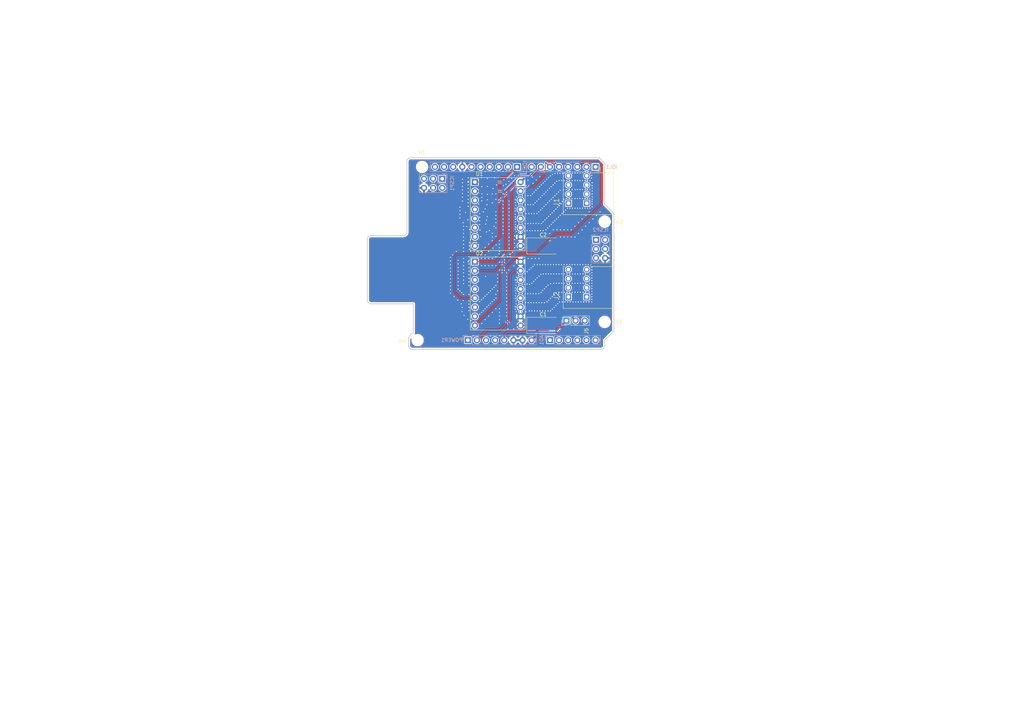
<source format=kicad_pcb>
(kicad_pcb (version 20240108) (generator "pcbnew") (generator_version "8.0")
  (layers (0 "F.Cu" signal) (1 "In1.Cu" signal) (2 "In2.Cu" signal) (31 "B.Cu" signal) (34 "B.Paste" user) (35 "F.Paste" user) (36 "B.SilkS" user "B.Silkscreen") (37 "F.SilkS" user "F.Silkscreen") (38 "B.Mask" user) (39 "F.Mask" user) (44 "Edge.Cuts" user))
  (net 0 "")
  (net 3 "/MOSI")
  (net 4 "/DIR_2")
  (net 5 "/MISO")
  (net 6 "GND")
  (net 7 "/SCK")
  (net 8 "+5V")
  (net 9 "/DIR_1")
  (net 10 "/CS_1")
  (net 11 "/CS_2")
  (net 12 "/VIN")
  (net 13 "/OA1_1")
  (net 14 "/OA2_1")
  (net 15 "/OB2_1")
  (net 16 "/OB1_1")
  (net 17 "/OB2_2")
  (net 18 "/OB1_2")
  (net 19 "/OA1_2")
  (net 20 "/OA2_2")
  (net 21 "/AD3")
  (net 22 "/AD1")
  (net 23 "/AD0")
  (net 24 "/AD4")
  (net 25 "/AD2")
  (net 26 "/AD5")
  (net 27 "/+5V_Adr_3")
  (net 28 "/SCK2")
  (net 29 "/MISO2")
  (net 30 "/RESET2")
  (net 31 "/MOSI2")
  (net 32 "/RESET_0")
  (net 33 "/+5V_Ard_0")
  (net 34 "/SCK_0")
  (net 35 "/MISO_0")
  (net 36 "/MOSI_0")
  (net 37 "/SS")
  (net 38 "/SCL")
  (net 39 "/SDA")
  (net 40 "/AREF")
  (net 41 "/IO5")
  (net 42 "/IO4")
  (net 43 "/IO1")
  (net 44 "/IO3")
  (net 45 "/IO2")
  (net 46 "/IO0")
  (net 48 "/+3V3")
  (net 49 "/RESET")
  (net 50 "/IOREF")
  (net 51 "/VM")
  (footprint "Capacitor_Tantalum_SMD:CP_EIA-7343-43_Kemet-X_Pad2.25x2.55mm_HandSolder" (layer "F.Cu") (at 156.17 95.63)
    (property "Reference" "C1")
    (property "Value" "C_Polarized")
  )
  (footprint "MountingHole:MountingHole_3mm" (layer "F.Cu") (at 173.29 94.66)
    (property "Reference" "H3")
    (property "Value" "MountingHole")
  )
  (footprint "LibPersoNadj:TMC2130_SILENTSTEPSTICK" (layer "F.Cu") (at 143.525 64.6025)
    (property "Reference" "U1")
    (property "Value" "TMC2130_SILENTSTEPSTICK")
  )
  (footprint "LibPersoNadj:CUI_TBL009-254-04BK-2OR" (layer "F.Cu") (at 163.1925 87.69 90)
    (property "Reference" "J2")
    (property "Value" "Conn_01x04_Socket")
  )
  (footprint "LibPersoNadj:TMC2130_SILENTSTEPSTICK" (layer "F.Cu") (at 143.525 86.76)
    (property "Reference" "U2")
    (property "Value" "TMC2130_SILENTSTEPSTICK")
  )
  (footprint "MountingHole:MountingHole_3mm" (layer "F.Cu") (at 173.29 66.72)
    (property "Reference" "H2")
    (property "Value" "MountingHole")
  )
  (footprint "MountingHole:MountingHole_3mm" (layer "F.Cu") (at 121.22 99.74)
    (property "Reference" "H4")
    (property "Value" "MountingHole")
  )
  (footprint "Capacitor_Tantalum_SMD:CP_EIA-7343-43_Kemet-X_Pad2.25x2.55mm_HandSolder" (layer "F.Cu") (at 156.17 73.51)
    (property "Reference" "C2")
    (property "Value" "C_Polarized")
  )
  (footprint "LibPersoNadj:CUI_TBL009-254-04BK-2OR" (layer "F.Cu") (at 163.21 61.59 90)
    (property "Reference" "J1")
    (property "Value" "Conn_01x04_Socket")
  )
  (footprint "Connector_PinHeader_2.54mm:PinHeader_1x03_P2.54mm_Vertical" (layer "F.Cu") (at 162.645 94.295 90)
    (property "Reference" "J5")
    (property "Value" "Conn_01x03")
  )
  (footprint "MountingHole:MountingHole_3mm" (layer "F.Cu") (at 122.4729 51.48)
    (property "Reference" "H1")
    (property "Value" "MountingHole")
  )
  (footprint "Connector_PinHeader_2.54mm:PinHeader_1x10_P2.54mm_Vertical" (layer "B.Cu") (at 148.906 51.48 90)
    (property "Reference" "IOH1")
    (property "Value" "Conn_01x10_Socket")
  )
  (footprint "Connector_PinHeader_2.54mm:PinHeader_1x08_P2.54mm_Vertical" (layer "B.Cu") (at 170.75 51.48 90)
    (property "Reference" "IOL1")
    (property "Value" "Conn_01x08_Socket")
  )
  (footprint "Connector_PinSocket_2.54mm:PinSocket_2x03_P2.54mm_Vertical" (layer "B.Cu") (at 128.078 54.782 90)
    (property "Reference" "ICSP1")
    (property "Value" "Conn_02x03_Odd_Even")
  )
  (footprint "Connector_PinHeader_2.54mm:PinHeader_1x08_P2.54mm_Vertical" (layer "B.Cu") (at 135.19 99.74 -90)
    (property "Reference" "POWER1")
    (property "Value" "Conn_01x08_Socket")
  )
  (footprint "Connector_PinHeader_2.54mm:PinHeader_1x06_P2.54mm_Vertical" (layer "B.Cu") (at 158.05 99.74 -90)
    (property "Reference" "AD1")
    (property "Value" "Conn_01x06_Socket")
  )
  (footprint "Connector_PinSocket_2.54mm:PinSocket_2x03_P2.54mm_Vertical" (layer "B.Cu") (at 170.877 71.8 180)
    (property "Reference" "ICSP2")
    (property "Value" "Conn_02x03_Odd_Even")
  )
  (gr_arc (start 173.29 101.28) (mid 172.997107 101.987107) (end 172.29 102.28) (stroke (width 0.254)) (layer "Edge.Cuts"))
  (gr_arc (start 118.25 49.94) (mid 118.542893 49.232893) (end 119.25 48.94) (stroke (width 0.254)) (layer "Edge.Cuts"))
  (gr_line (start 172.29 102.28) (end 119.697774 102.286223) (stroke (width 0.254)) (layer "Edge.Cuts"))
  (gr_line (start 107.25 71.6064) (end 107.25 88.6064) (stroke (width 0.254)) (layer "Edge.Cuts"))
  (gr_line (start 171.766 48.94) (end 173.29 50.464) (stroke (width 0.254)) (layer "Edge.Cuts"))
  (gr_line (start 173.29 99.74) (end 173.29 101.28) (stroke (width 0.254)) (layer "Edge.Cuts"))
  (gr_line (start 175.83 97.2) (end 173.29 99.74) (stroke (width 0.254)) (layer "Edge.Cuts"))
  (gr_line (start 118.697786 99.811114) (end 118.697774 101.286223) (stroke (width 0.254)) (layer "Edge.Cuts"))
  (gr_line (start 117.25 70.6064) (end 108.25 70.6064) (stroke (width 0.254)) (layer "Edge.Cuts"))
  (gr_line (start 120.0389 89.6064) (end 120.0389 97.6064) (stroke (width 0.254)) (layer "Edge.Cuts"))
  (gr_arc (start 118.697786 99.811114) (mid 119.064187 98.523741) (end 120.038901 97.606401) (stroke (width 0.254)) (layer "Edge.Cuts"))
  (gr_line (start 175.83 64.434) (end 175.83 97.2) (stroke (width 0.254)) (layer "Edge.Cuts"))
  (gr_arc (start 107.25 71.6064) (mid 107.542893 70.899293) (end 108.25 70.6064) (stroke (width 0.254)) (layer "Edge.Cuts"))
  (gr_line (start 119.25 48.94) (end 171.766 48.94) (stroke (width 0.254)) (layer "Edge.Cuts"))
  (gr_line (start 118.25 49.94) (end 118.25 69.6064) (stroke (width 0.254)) (layer "Edge.Cuts"))
  (gr_arc (start 108.25 89.6064) (mid 107.542893 89.313507) (end 107.25 88.6064) (stroke (width 0.254)) (layer "Edge.Cuts"))
  (gr_arc (start 119.697774 102.286223) (mid 118.990675 101.993322) (end 118.697774 101.286223) (stroke (width 0.254)) (layer "Edge.Cuts"))
  (gr_line (start 120.0389 89.6064) (end 108.25 89.6064) (stroke (width 0.254)) (layer "Edge.Cuts"))
  (gr_arc (start 118.25 69.6064) (mid 117.957107 70.313507) (end 117.25 70.6064) (stroke (width 0.254)) (layer "Edge.Cuts"))
  (gr_line (start 173.29 61.894) (end 175.83 64.434) (stroke (width 0.254)) (layer "Edge.Cuts"))
  (gr_line (start 173.29 50.464) (end 173.29 61.894) (stroke (width 0.254)) (layer "Edge.Cuts"))
  (segment (start 145.72 75.09) (end 142.94 77.87) (width 0.25) (layer "B.Cu") (net 4))
  (segment (start 145.72 57.89) (end 145.72 75.09) (width 0.25) (layer "B.Cu") (net 4))
  (segment (start 142.94 77.87) (end 137.175 77.87) (width 0.25) (layer "B.Cu") (net 4))
  (segment (start 153.32 53.67) (end 149.94 53.67) (width 0.25) (layer "B.Cu") (net 4))
  (segment (start 155.51 51.48) (end 153.32 53.67) (width 0.25) (layer "B.Cu") (net 4))
  (segment (start 149.94 53.67) (end 145.72 57.89) (width 0.25) (layer "B.Cu") (net 4))
  (via (at 144 75) (size 0.6) (drill 0.3) (layers "F.Cu" "B.Cu") (net 6))
  (via (at 152.37 84.19) (size 0.6) (drill 0.3) (layers "F.Cu" "B.Cu") (net 6))
  (via (at 141.5 86) (size 0.6) (drill 0.3) (layers "F.Cu" "B.Cu") (net 6))
  (via (at 167.86 52.79) (size 0.6) (drill 0.3) (layers "F.Cu" "B.Cu") (net 6))
  (via (at 155.62 86.465) (size 0.6) (drill 0.3) (layers "F.Cu" "B.Cu") (net 6))
  (via (at 154.17 67.24) (size 0.6) (drill 0.3) (layers "F.Cu" "B.Cu") (net 6))
  (via (at 145 67) (size 0.6) (drill 0.3) (layers "F.Cu" "B.Cu") (net 6))
  (via (at 165.73 53.19) (size 0.6) (drill 0.3) (layers "F.Cu" "B.Cu") (net 6))
  (via (at 168.66 52.76) (size 0.6) (drill 0.3) (layers "F.Cu" "B.Cu") (net 6))
  (via (at 157.62 81.29) (size 0.6) (drill 0.3) (layers "F.Cu" "B.Cu") (net 6))
  (via (at 145 61) (size 0.6) (drill 0.3) (layers "F.Cu" "B.Cu") (net 6))
  (via (at 169.72 79.44) (size 0.6) (drill 0.3) (layers "F.Cu" "B.Cu") (net 6))
  (via (at 151.17 59.49) (size 0.6) (drill 0.3) (layers "F.Cu" "B.Cu") (net 6))
  (via (at 135.15 93.88) (size 0.6) (drill 0.3) (layers "F.Cu" "B.Cu") (net 6))
  (via (at 136.2 69.7) (size 0.6) (drill 0.3) (layers "F.Cu" "B.Cu") (net 6))
  (via (at 167.12 60.29) (size 0.6) (drill 0.3) (layers "F.Cu" "B.Cu") (net 6))
  (via (at 160.57 81.29) (size 0.6) (drill 0.3) (layers "F.Cu" "B.Cu") (net 6))
  (via (at 169.72 80.19) (size 0.6) (drill 0.3) (layers "F.Cu" "B.Cu") (net 6))
  (via (at 159.42 66.49) (size 0.6) (drill 0.3) (layers "F.Cu" "B.Cu") (net 6))
  (via (at 148.72 69.49) (size 0.6) (drill 0.3) (layers "F.Cu" "B.Cu") (net 6))
  (via (at 140 73.9) (size 0.6) (drill 0.3) (layers "F.Cu" "B.Cu") (net 6))
  (via (at 130.35 84.67) (size 0.6) (drill 0.3) (layers "F.Cu" "B.Cu") (net 6))
  (via (at 143 79) (size 0.6) (drill 0.3) (layers "F.Cu" "B.Cu") (net 6))
  (via (at 130.35 80.67) (size 0.6) (drill 0.3) (layers "F.Cu" "B.Cu") (net 6))
  (via (at 142 71) (size 0.6) (drill 0.3) (layers "F.Cu" "B.Cu") (net 6))
  (via (at 148.42 85.94) (size 0.6) (drill 0.3) (layers "F.Cu" "B.Cu") (net 6))
  (via (at 169.82 61.09) (size 0.6) (drill 0.3) (layers "F.Cu" "B.Cu") (net 6))
  (via (at 138.8 70.9) (size 0.6) (drill 0.3) (layers "F.Cu" "B.Cu") (net 6))
  (via (at 148.2 53.9) (size 0.6) (drill 0.3) (layers "F.Cu" "B.Cu") (net 6))
  (via (at 146.69 74.11) (size 0.6) (drill 0.3) (layers "F.Cu" "B.Cu") (net 6))
  (via (at 159.82 86.59) (size 0.6) (drill 0.3) (layers "F.Cu" "B.Cu") (net 6))
  (via (at 157.42 68.49) (size 0.6) (drill 0.3) (layers "F.Cu" "B.Cu") (net 6))
  (via (at 165.02 60.29) (size 0.6) (drill 0.3) (layers "F.Cu" "B.Cu") (net 6))
  (via (at 168.92 89.09) (size 0.6) (drill 0.3) (layers "F.Cu" "B.Cu") (net 6))
  (via (at 136 75) (size 0.6) (drill 0.3) (layers "F.Cu" "B.Cu") (net 6))
  (via (at 166.47 78.69) (size 0.6) (drill 0.3) (layers "F.Cu" "B.Cu") (net 6))
  (via (at 159.82 83.89) (size 0.6) (drill 0.3) (layers "F.Cu" "B.Cu") (net 6))
  (via (at 142 61.5) (size 0.6) (drill 0.3) (layers "F.Cu" "B.Cu") (net 6))
  (via (at 148.2 71.7) (size 0.6) (drill 0.3) (layers "F.Cu" "B.Cu") (net 6))
  (via (at 149.37 86.765) (size 0.6) (drill 0.3) (layers "F.Cu" "B.Cu") (net 6))
  (via (at 142 59) (size 0.6) (drill 0.3) (layers "F.Cu" "B.Cu") (net 6))
  (via (at 132.5 84.5) (size 0.6) (drill 0.3) (layers "F.Cu" "B.Cu") (net 6))
  (via (at 158.27 78.69) (size 0.6) (drill 0.3) (layers "F.Cu" "B.Cu") (net 6))
  (via (at 160.16 53.29) (size 0.6) (drill 0.3) (layers "F.Cu" "B.Cu") (net 6))
  (via (at 140 79) (size 0.6) (drill 0.3) (layers "F.Cu" "B.Cu") (net 6))
  (via (at 166.42 60.29) (size 0.6) (drill 0.3) (layers "F.Cu" "B.Cu") (net 6))
  (via (at 165.02 55.29) (size 0.6) (drill 0.3) (layers "F.Cu" "B.Cu") (net 6))
  (via (at 133.57 91.79) (size 0.6) (drill 0.3) (layers "F.Cu" "B.Cu") (net 6))
  (via (at 138 75) (size 0.6) (drill 0.3) (layers "F.Cu" "B.Cu") (net 6))
  (via (at 151.17 67.24) (size 0.6) (drill 0.3) (layers "F.Cu" "B.Cu") (net 6))
  (via (at 169.72 86.14) (size 0.6) (drill 0.3) (layers "F.Cu" "B.Cu") (net 6))
  (via (at 139.5 91.5) (size 0.6) (drill 0.3) (layers "F.Cu" "B.Cu") (net 6))
  (via (at 167.97 78.69) (size 0.6) (drill 0.3) (layers "F.Cu" "B.Cu") (net 6))
  (via (at 146.67 67.03) (size 0.6) (drill 0.3) (layers "F.Cu" "B.Cu") (net 6))
  (via (at 153.02 83.89) (size 0.6) (drill 0.3) (layers "F.Cu" "B.Cu") (net 6))
  (via (at 134 80) (size 0.6) (drill 0.3) (layers "F.Cu" "B.Cu") (net 6))
  (via (at 144 80.2) (size 0.6) (drill 0.3) (layers "F.Cu" "B.Cu") (net 6))
  (via (at 160.72 89.09) (size 0.6) (drill 0.3) (layers "F.Cu" "B.Cu") (net 6))
  (via (at 155.02 89.29) (size 0.6) (drill 0.3) (layers "F.Cu" "B.Cu") (net 6))
  (via (at 135.3 59.5) (size 0.6) (drill 0.3) (layers "F.Cu" "B.Cu") (net 6))
  (via (at 157.92 57.49) (size 0.6) (drill 0.3) (layers "F.Cu" "B.Cu") (net 6))
  (via (at 156.02 85.89) (size 0.6) (drill 0.3) (layers "F.Cu" "B.Cu") (net 6))
  (via (at 135.5 89.7) (size 0.6) (drill 0.3) (layers "F.Cu" "B.Cu") (net 6))
  (via (at 130.35 78.67) (size 0.6) (drill 0.3) (layers "F.Cu" "B.Cu") (net 6))
  (via (at 133.9 67) (size 0.6) (drill 0.3) (layers "F.Cu" "B.Cu") (net 6))
  (via (at 158.42 67.49) (size 0.6) (drill 0.3) (layers "F.Cu" "B.Cu") (net 6))
  (via (at 150.99 51.57) (size 0.6) (drill 0.3) (layers "F.Cu" "B.Cu") (net 6))
  (via (at 146 92) (size 0.6) (drill 0.3) (layers "F.Cu" "B.Cu") (net 6))
  (via (at 169.61 54.61) (size 0.6) (drill 0.3) (layers "F.Cu" "B.Cu") (net 6))
  (via (at 132.5 80.5) (size 0.6) (drill 0.3) (layers "F.Cu" "B.Cu") (net 6))
  (via (at 150.345 62.065) (size 0.6) (drill 0.3) (layers "F.Cu" "B.Cu") (net 6))
  (via (at 140.02 63.19) (size 0.6) (drill 0.3) (layers "F.Cu" "B.Cu") (net 6))
  (via (at 162.97 89.09) (size 0.6) (drill 0.3) (layers "F.Cu" "B.Cu") (net 6))
  (via (at 151.74 80.66) (size 0.6) (drill 0.3) (layers "F.Cu" "B.Cu") (net 6))
  (via (at 167.82 55.29) (size 0.6) (drill 0.3) (layers "F.Cu" "B.Cu") (net 6))
  (via (at 169.82 61.79) (size 0.6) (drill 0.3) (layers "F.Cu" "B.Cu") (net 6))
  (via (at 161.32 55.29) (size 0.6) (drill 0.3) (layers "F.Cu" "B.Cu") (net 6))
  (via (at 145 66) (size 0.6) (drill 0.3) (layers "F.Cu" "B.Cu") (net 6))
  (via (at 165.02 62.99) (size 0.6) (drill 0.3) (layers "F.Cu" "B.Cu") (net 6))
  (via (at 134.9 68.1) (size 0.6) (drill 0.3) (layers "F.Cu" "B.Cu") (net 6))
  (via (at 148.2 72.74) (size 0.6) (drill 0.3) (layers "F.Cu" "B.Cu") (net 6))
  (via (at 146.67 63.03) (size 0.6) (drill 0.3) (layers "F.Cu" "B.Cu") (net 6))
  (via (at 159.67 63.24) (size 0.6) (drill 0.3) (layers "F.Cu" "B.Cu") (net 6))
  (via (at 160 69) (size 0.6) (drill 0.3) (layers "F.Cu" "B.Cu") (net 6))
  (via (at 135.5 87) (size 0.6) (drill 0.3) (layers "F.Cu" "B.Cu") (net 6))
  (via (at 145 68) (size 0.6) (drill 0.3) (layers "F.Cu" "B.Cu") (net 6))
  (via (at 138.6 69.1) (size 0.6) (drill 0.3) (layers "F.Cu" "B.Cu") (net 6))
  (via (at 153.77 78.69) (size 0.6) (drill 0.3) (layers "F.Cu" "B.Cu") (net 6))
  (via (at 149.395 62.065) (size 0.6) (drill 0.3) (layers "F.Cu" "B.Cu") (net 6))
  (via (at 166 70) (size 0.6) (drill 0.3) (layers "F.Cu" "B.Cu") (net 6))
  (via (at 165.72 60.29) (size 0.6) (drill 0.3) (layers "F.Cu" "B.Cu") (net 6))
  (via (at 154.945 86.79) (size 0.6) (drill 0.3) (layers "F.Cu" "B.Cu") (net 6))
  (via (at 140.4 66.3) (size 0.6) (drill 0.3) (layers "F.Cu" "B.Cu") (net 6))
  (via (at 161 71) (size 0.6) (drill 0.3) (layers "F.Cu" "B.Cu") (net 6))
  (via (at 139.1 59.01) (size 0.6) (drill 0.3) (layers "F.Cu" "B.Cu") (net 6))
  (via (at 167 69) (size 0.6) (drill 0.3) (layers "F.Cu" "B.Cu") (net 6))
  (via (at 148.67 91.765) (size 0.6) (drill 0.3) (layers "F.Cu" "B.Cu") (net 6))
  (via (at 158.42 60.49) (size 0.6) (drill 0.3) (layers "F.Cu" "B.Cu") (net 6))
  (via (at 135.3 62.5) (size 0.6) (drill 0.3) (layers "F.Cu" "B.Cu") (net 6))
  (via (at 135.3 60.5) (size 0.6) (drill 0.3) (layers "F.Cu" "B.Cu") (net 6))
  (via (at 140.5 90.5) (size 0.6) (drill 0.3) (layers "F.Cu" "B.Cu") (net 6))
  (via (at 169.72 87.64) (size 0.6) (drill 0.3) (layers "F.Cu" "B.Cu") (net 6))
  (via (at 157.22 89.09) (size 0.6) (drill 0.3) (layers "F.Cu" "B.Cu") (net 6))
  (via (at 134 68) (size 0.6) (drill 0.3) (layers "F.Cu" "B.Cu") (net 6))
  (via (at 167.12 57.79) (size 0.6) (drill 0.3) (layers "F.Cu" "B.Cu") (net 6))
  (via (at 140 94) (size 0.6) (drill 0.3) (layers "F.Cu" "B.Cu") (net 6))
  (via (at 141 86.5) (size 0.6) (drill 0.3) (layers "F.Cu" "B.Cu") (net 6))
  (via (at 156.02 91.59) (size 0.6) (drill 0.3) (layers "F.Cu" "B.Cu") (net 6))
  (via (at 130.35 81.67) (size 0.6) (drill 0.3) (layers "F.Cu" "B.Cu") (net 6))
  (via (at 167.22 78.69) (size 0.6) (drill 0.3) (layers "F.Cu" "B.Cu") (net 6))
  (via (at 148.745 59.865) (size 0.6) (drill 0.3) (layers "F.Cu" "B.Cu") (net 6))
  (via (at 151.92 55.19) (size 0.6) (drill 0.3) (layers "F.Cu" "B.Cu") (net 6))
  (via (at 143.5 82.5) (size 0.6) (drill 0.3) (layers "F.Cu" "B.Cu") (net 6))
  (via (at 162.19 53.19) (size 0.6) (drill 0.3) (layers "F.Cu" "B.Cu") (net 6))
  (via (at 134 78) (size 0.6) (drill 0.3) (layers "F.Cu" "B.Cu") (net 6))
  (via (at 156.92 61.99) (size 0.6) (drill 0.3) (layers "F.Cu" "B.Cu") (net 6))
  (via (at 167 66) (size 0.6) (drill 0.3) (layers "F.Cu" "B.Cu") (net 6))
  (via (at 137.8 69.7) (size 0.6) (drill 0.3) (layers "F.Cu" "B.Cu") (net 6))
  (via (at 141 93) (size 0.6) (drill 0.3) (layers "F.Cu" "B.Cu") (net 6))
  (via (at 143 60.5) (size 0.6) (drill 0.3) (layers "F.Cu" "B.Cu") (net 6))
  (via (at 160.92 57.99) (size 0.6) (drill 0.3) (layers "F.Cu" "B.Cu") (net 6))
  (via (at 161.32 86.39) (size 0.6) (drill 0.3) (layers "F.Cu" "B.Cu") (net 6))
  (via (at 161.42 64.49) (size 0.6) (drill 0.3) (layers "F.Cu" "B.Cu") (net 6))
  (via (at 132.5 78.5) (size 0.6) (drill 0.3) (layers "F.Cu" "B.Cu") (net 6))
  (via (at 148 79) (size 0.6) (drill 0.3) (layers "F.Cu" "B.Cu") (net 6))
  (via (at 160.92 64.99) (size 0.6) (drill 0.3) (layers "F.Cu" "B.Cu") (net 6))
  (via (at 168.52 60.29) (size 0.6) (drill 0.3) (layers "F.Cu" "B.Cu") (net 6))
  (via (at 139.12 56.99) (size 0.6) (drill 0.3) (layers "F.Cu" "B.Cu") (net 6))
  (via (at 164 71) (size 0.6) (drill 0.3) (layers "F.Cu" "B.Cu") (net 6))
  (via (at 162.82 86.39) (size 0.6) (drill 0.3) (layers "F.Cu" "B.Cu") (net 6))
  (via (at 163.52 86.39) (size 0.6) (drill 0.3) (layers "F.Cu" "B.Cu") (net 6))
  (via (at 146 81) (size 0.6) (drill 0.3) (layers "F.Cu" "B.Cu") (net 6))
  (via (at 169.42 78.79) (size 0.6) (drill 0.3) (layers "F.Cu" "B.Cu") (net 6))
  (via (at 142.5 88.5) (size 0.6) (drill 0.3) (layers "F.Cu" "B.Cu") (net 6))
  (via (at 139.07 60.95) (size 0.6) (drill 0.3) (layers "F.Cu" "B.Cu") (net 6))
  (via (at 164.32 62.99) (size 0.6) (drill 0.3) (layers "F.Cu" "B.Cu") (net 6))
  (via (at 160.22 89.59) (size 0.6) (drill 0.3) (layers "F.Cu" "B.Cu") (net 6))
  (via (at 166.42 57.79) (size 0.6) (drill 0.3) (layers "F.Cu" "B.Cu") (net 6))
  (via (at 148.72 82.19) (size 0.6) (drill 0.3) (layers "F.Cu" "B.Cu") (net 6))
  (via (at 149.395 67.14) (size 0.6) (drill 0.3) (layers "F.Cu" "B.Cu") (net 6))
  (via (at 163.58 52.76) (size 0.6) (drill 0.3) (layers "F.Cu" "B.Cu") (net 6))
  (via (at 148.57 86.665) (size 0.6) (drill 0.3) (layers "F.Cu" "B.Cu") (net 6))
  (via (at 146.67 70.03) (size 0.6) (drill 0.3) (layers "F.Cu" "B.Cu") (net 6))
  (via (at 135.3 55.5) (size 0.6) (drill 0.3) (layers "F.Cu" "B.Cu") (net 6))
  (via (at 144.08 98.51) (size 0.6) (drill 0.3) (layers "F.Cu" "B.Cu") (net 6))
  (via (at 146.67 64.03) (size 0.6) (drill 0.3) (layers "F.Cu" "B.Cu") (net 6))
  (via (at 155.02 81.89) (size 0.6) (drill 0.3) (layers "F.Cu" "B.Cu") (net 6))
  (via (at 159.22 87.09) (size 0.6) (drill 0.3) (layers "F.Cu" "B.Cu") (net 6))
  (via (at 162.77 52.79) (size 0.6) (drill 0.3) (layers "F.Cu" "B.Cu") (net 6))
  (via (at 147.99 96.61) (size 0.6) (drill 0.3) (layers "F.Cu" "B.Cu") (net 6))
  (via (at 161 69) (size 0.6) (drill 0.3) (layers "F.Cu" "B.Cu") (net 6))
  (via (at 169.72 86.89) (size 0.6) (drill 0.3) (layers "F.Cu" "B.Cu") (net 6))
  (via (at 165.72 55.29) (size 0.6) (drill 0.3) (layers "F.Cu" "B.Cu") (net 6))
  (via (at 151.02 69.39) (size 0.6) (drill 0.3) (layers "F.Cu" "B.Cu") (net 6))
  (via (at 169.22 62.99) (size 0.6) (drill 0.3) (layers "F.Cu" "B.Cu") (net 6))
  (via (at 135.3 57.5) (size 0.6) (drill 0.3) (layers "F.Cu" "B.Cu") (net 6))
  (via (at 138.23 61.85) (size 0.6) (drill 0.3) (layers "F.Cu" "B.Cu") (net 6))
  (via (at 140 87.5) (size 0.6) (drill 0.3) (layers "F.Cu" "B.Cu") (net 6))
  (via (at 169.82 56.69) (size 0.6) (drill 0.3) (layers "F.Cu" "B.Cu") (net 6))
  (via (at 142.56 52.71) (size 0.6) (drill 0.3) (layers "F.Cu" "B.Cu") (net 6))
  (via (at 167.19 53.09) (size 0.6) (drill 0.3) (layers "F.Cu" "B.Cu") (net 6))
  (via (at 156.92 81.29) (size 0.6) (drill 0.3) (layers "F.Cu" "B.Cu") (net 6))
  (via (at 161.32 81.29) (size 0.6) (drill 0.3) (layers "F.Cu" "B.Cu") (net 6))
  (via (at 166.42 55.29) (size 0.6) (drill 0.3) (layers "F.Cu" "B.Cu") (net 6))
  (via (at 162.02 55.29) (size 0.6) (drill 0.3) (layers "F.Cu" "B.Cu") (net 6))
  (via (at 160.86 53.29) (size 0.6) (drill 0.3) (layers "F.Cu" "B.Cu") (net 6))
  (via (at 164.47 89.09) (size 0.6) (drill 0.3) (layers "F.Cu" "B.Cu") (net 6))
  (via (at 139.09 59.98) (size 0.6) (drill 0.3) (layers "F.Cu" "B.Cu") (net 6))
  (via (at 143 67) (size 0.6) (drill 0.3) (layers "F.Cu" "B.Cu") (net 6))
  (via (at 145 64) (size 0.6) (drill 0.3) (layers "F.Cu" "B.Cu") (net 6))
  (via (at 143.1 73.2) (size 0.6) (drill 0.3) (layers "F.Cu" "B.Cu") (net 6))
  (via (at 156.02 78.69) (size 0.6) (drill 0.3) (layers "F.Cu" "B.Cu") (net 6))
  (via (at 142 72) (size 0.6) (drill 0.3) (layers "F.Cu" "B.Cu") (net 6))
  (via (at 153.67 58.49) (size 0.6) (drill 0.3) (layers "F.Cu" "B.Cu") (net 6))
  (via (at 165.92 89.09) (size 0.6) (drill 0.3) (layers "F.Cu" "B.Cu") (net 6))
  (via (at 134 82) (size 0.6) (drill 0.3) (layers "F.Cu" "B.Cu") (net 6))
  (via (at 138.5 66.5) (size 0.6) (drill 0.3) (layers "F.Cu" "B.Cu") (net 6))
  (via (at 159.42 53.29) (size 0.6) (drill 0.3) (layers "F.Cu" "B.Cu") (net 6))
  (via (at 139 92) (size 0.6) (drill 0.3) (layers "F.Cu" "B.Cu") (net 6))
  (via (at 165 71) (size 0.6) (drill 0.3) (layers "F.Cu" "B.Cu") (net 6))
  (via (at 130.35 76.67) (size 0.6) (drill 0.3) (layers "F.Cu" "B.Cu") (net 6))
  (via (at 146 83) (size 0.6) (drill 0.3) (layers "F.Cu" "B.Cu") (net 6))
  (via (at 154.52 82.39) (size 0.6) (drill 0.3) (layers "F.Cu" "B.Cu") (net 6))
  (via (at 142 79) (size 0.6) (drill 0.3) (layers "F.Cu" "B.Cu") (net 6))
  (via (at 134.6 64.2) (size 0.6) (drill 0.3) (layers "F.Cu" "B.Cu") (net 6))
  (via (at 140.05 52.72) (size 0.6) (drill 0.3) (layers "F.Cu" "B.Cu") (net 6))
  (via (at 162.62 60.29) (size 0.6) (drill 0.3) (layers "F.Cu" "B.Cu") (net 6))
  (via (at 167.82 60.29) (size 0.6) (drill 0.3) (layers "F.Cu" "B.Cu") (net 6))
  (via (at 136.73 98.49) (size 0.6) (drill 0.3) (layers "F.Cu" "B.Cu") (net 6))
  (via (at 171 65) (size 0.6) (drill 0.3) (layers "F.Cu" "B.Cu") (net 6))
  (via (at 169.72 82.44) (size 0.6) (drill 0.3) (layers "F.Cu" "B.Cu") (net 6))
  (via (at 154.67 57.49) (size 0.6) (drill 0.3) (layers "F.Cu" "B.Cu") (net 6))
  (via (at 143.9 75.72) (size 0.6) (drill 0.3) (layers "F.Cu" "B.Cu") (net 6))
  (via (at 162 71) (size 0.6) (drill 0.3) (layers "F.Cu" "B.Cu") (net 6))
  (via (at 154.17 57.99) (size 0.6) (drill 0.3) (layers "F.Cu" "B.Cu") (net 6))
  (via (at 133.7 61) (size 0.6) (drill 0.3) (layers "F.Cu" "B.Cu") (net 6))
  (via (at 133.7 57.9) (size 0.6) (drill 0.3) (layers "F.Cu" "B.Cu") (net 6))
  (via (at 146.67 65.03) (size 0.6) (drill 0.3) (layers "F.Cu" "B.Cu") (net 6))
  (via (at 163 71) (size 0.6) (drill 0.3) (layers "F.Cu" "B.Cu") (net 6))
  (via (at 159.77 78.69) (size 0.6) (drill 0.3) (layers "F.Cu" "B.Cu") (net 6))
  (via (at 135.5 88.8) (size 0.6) (drill 0.3) (layers "F.Cu" "B.Cu") (net 6))
  (via (at 148.42 90.39) (size 0.6) (drill 0.3) (layers "F.Cu" "B.Cu") (net 6))
  (via (at 156.42 58.99) (size 0.6) (drill 0.3) (layers "F.Cu" "B.Cu") (net 6))
  (via (at 157.52 91.59) (size 0.6) (drill 0.3) (layers "F.Cu" "B.Cu") (net 6))
  (via (at 143 65) (size 0.6) (drill 0.3) (layers "F.Cu" "B.Cu") (net 6))
  (via (at 167.27 86.39) (size 0.6) (drill 0.3) (layers "F.Cu" "B.Cu") (net 6))
  (via (at 169.28 53.13) (size 0.6) (drill 0.3) (layers "F.Cu" "B.Cu") (net 6))
  (via (at 161.27 78.69) (size 0.6) (drill 0.3) (layers "F.Cu" "B.Cu") (net 6))
  (via (at 133.7 54.9) (size 0.6) (drill 0.3) (layers "F.Cu" "B.Cu") (net 6))
  (via (at 169.72 85.39) (size 0.6) (drill 0.3) (layers "F.Cu" "B.Cu") (net 6))
  (via (at 144 94) (size 0.6) (drill 0.3) (layers "F.Cu" "B.Cu") (net 6))
  (via (at 141 79) (size 0.6) (drill 0.3) (layers "F.Cu" "B.Cu") (net 6))
  (via (at 160.52 78.69) (size 0.6) (drill 0.3) (layers "F.Cu" "B.Cu") (net 6))
  (via (at 158.92 66.99) (size 0.6) (drill 0.3) (layers "F.Cu" "B.Cu") (net 6))
  (via (at 157.52 78.69) (size 0.6) (drill 0.3) (layers "F.Cu" "B.Cu") (net 6))
  (via (at 140 76) (size 0.6) (drill 0.3) (layers "F.Cu" "B.Cu") (net 6))
  (via (at 157.67 65.24) (size 0.6) (drill 0.3) (layers "F.Cu" "B.Cu") (net 6))
  (via (at 157.42 61.49) (size 0.6) (drill 0.3) (layers "F.Cu" "B.Cu") (net 6))
  (via (at 160.17 62.74) (size 0.6) (drill 0.3) (layers "F.Cu" "B.Cu") (net 6))
  (via (at 165.02 86.39) (size 0.6) (drill 0.3) (layers "F.Cu" "B.Cu") (net 6))
  (via (at 163.52 78.69) (size 0.6) (drill 0.3) (layers "F.Cu" "B.Cu") (net 6))
  (via (at 159.42 59.49) (size 0.6) (drill 0.3) (layers "F.Cu" "B.Cu") (net 6))
  (via (at 138.5 64.5) (size 0.6) (drill 0.3) (layers "F.Cu" "B.Cu") (net 6))
  (via (at 169.82 58.19) (size 0.6) (drill 0.3) (layers "F.Cu" "B.Cu") (net 6))
  (via (at 151.92 67.24) (size 0.6) (drill 0.3) (layers "F.Cu" "B.Cu") (net 6))
  (via (at 143.2 56.5) (size 0.6) (drill 0.3) (layers "F.Cu" "B.Cu") (net 6))
  (via (at 135.5 78.5) (size 0.6) (drill 0.3) (layers "F.Cu" "B.Cu") (net 6))
  (via (at 148.42 62.99) (size 0.6) (drill 0.3) (layers "F.Cu" "B.Cu") (net 6))
  (via (at 162.42 63.49) (size 0.6) (drill 0.3) (layers "F.Cu" "B.Cu") (net 6))
  (via (at 149.37 69.69) (size 0.6) (drill 0.3) (layers "F.Cu" "B.Cu") (net 6))
  (via (at 148.595 88.89) (size 0.6) (drill 0.3) (layers "F.Cu" "B.Cu") (net 6))
  (via (at 132.5 83.5) (size 0.6) (drill 0.3) (layers "F.Cu" "B.Cu") (net 6))
  (via (at 159 69) (size 0.6) (drill 0.3) (layers "F.Cu" "B.Cu") (net 6))
  (via (at 133.7 56.9) (size 0.6) (drill 0.3) (layers "F.Cu" "B.Cu") (net 6))
  (via (at 152.67 59.49) (size 0.6) (drill 0.3) (layers "F.Cu" "B.Cu") (net 6))
  (via (at 148.595 84.44) (size 0.6) (drill 0.3) (layers "F.Cu" "B.Cu") (net 6))
  (via (at 150.37 59.515) (size 0.6) (drill 0.3) (layers "F.Cu" "B.Cu") (net 6))
  (via (at 146 93) (size 0.6) (drill 0.3) (layers "F.Cu" "B.Cu") (net 6))
  (via (at 170 66) (size 0.6) (drill 0.3) (layers "F.Cu" "B.Cu") (net 6))
  (via (at 133.7 58.9) (size 0.6) (drill 0.3) (layers "F.Cu" "B.Cu") (net 6))
  (via (at 146.6 55.5) (size 0.6) (drill 0.3) (layers "F.Cu" "B.Cu") (net 6))
  (via (at 143 59) (size 0.6) (drill 0.3) (layers "F.Cu" "B.Cu") (net 6))
  (via (at 146.36 96.61) (size 0.6) (drill 0.3) (layers "F.Cu" "B.Cu") (net 6))
  (via (at 156.92 68.99) (size 0.6) (drill 0.3) (layers "F.Cu" "B.Cu") (net 6))
  (via (at 144 92) (size 0.6) (drill 0.3) (layers "F.Cu" "B.Cu") (net 6))
  (via (at 164.22 55.29) (size 0.6) (drill 0.3) (layers "F.Cu" "B.Cu") (net 6))
  (via (at 142.66 54.51) (size 0.6) (drill 0.3) (layers "F.Cu" "B.Cu") (net 6))
  (via (at 135.63 73.51) (size 0.6) (drill 0.3) (layers "F.Cu" "B.Cu") (net 6))
  (via (at 162.02 78.69) (size 0.6) (drill 0.3) (layers "F.Cu" "B.Cu") (net 6))
  (via (at 148.42 65.39) (size 0.6) (drill 0.3) (layers "F.Cu" "B.Cu") (net 6))
  (via (at 169.69 53.83) (size 0.6) (drill 0.3) (layers "F.Cu" "B.Cu") (net 6))
  (via (at 148.2 70.7) (size 0.6) (drill 0.3) (layers "F.Cu" "B.Cu") (net 6))
  (via (at 166.48 53.19) (size 0.6) (drill 0.3) (layers "F.Cu" "B.Cu") (net 6))
  (via (at 158.72 53.59) (size 0.6) (drill 0.3) (layers "F.Cu" "B.Cu") (net 6))
  (via (at 135.3 58.5) (size 0.6) (drill 0.3) (layers "F.Cu" "B.Cu") (net 6))
  (via (at 144 73) (size 0.6) (drill 0.3) (layers "F.Cu" "B.Cu") (net 6))
  (via (at 143 84.5) (size 0.6) (drill 0.3) (layers "F.Cu" "B.Cu") (net 6))
  (via (at 140.64 56.93) (size 0.6) (drill 0.3) (layers "F.Cu" "B.Cu") (net 6))
  (via (at 154.27 89.29) (size 0.6) (drill 0.3) (layers "F.Cu" "B.Cu") (net 6))
  (via (at 150.37 69.69) (size 0.6) (drill 0.3) (layers "F.Cu" "B.Cu") (net 6))
  (via (at 158.32 81.29) (size 0.6) (drill 0.3) (layers "F.Cu" "B.Cu") (net 6))
  (via (at 154.92 63.99) (size 0.6) (drill 0.3) (layers "F.Cu" "B.Cu") (net 6))
  (via (at 143 66) (size 0.6) (drill 0.3) (layers "F.Cu" "B.Cu") (net 6))
  (via (at 141.53 98.6) (size 0.6) (drill 0.3) (layers "F.Cu" "B.Cu") (net 6))
  (via (at 154.02 82.89) (size 0.6) (drill 0.3) (layers "F.Cu" "B.Cu") (net 6))
  (via (at 135.3 54.5) (size 0.6) (drill 0.3) (layers "F.Cu" "B.Cu") (net 6))
  (via (at 135.7 68.9) (size 0.6) (drill 0.3) (layers "F.Cu" "B.Cu") (net 6))
  (via (at 140.4 69.6) (size 0.6) (drill 0.3) (layers "F.Cu" "B.Cu") (net 6))
  (via (at 162.22 89.09) (size 0.6) (drill 0.3) (layers "F.Cu" "B.Cu") (net 6))
  (via (at 142.5 68) (size 0.6) (drill 0.3) (layers "F.Cu" "B.Cu") (net 6))
  (via (at 133.7 55.9) (size 0.6) (drill 0.3) (layers "F.Cu" "B.Cu") (net 6))
  (via (at 151.17 61.99) (size 0.6) (drill 0.3) (layers "F.Cu" "B.Cu") (net 6))
  (via (at 133 86) (size 0.6) (drill 0.3) (layers "F.Cu" "B.Cu") (net 6))
  (via (at 158.67 64.24) (size 0.6) (drill 0.3) (layers "F.Cu" "B.Cu") (net 6))
  (via (at 145.2 55.04) (size 0.6) (drill 0.3) (layers "F.Cu" "B.Cu") (net 6))
  (via (at 156.17 55.99) (size 0.6) (drill 0.3) (layers "F.Cu" "B.Cu") (net 6))
  (via (at 155.67 56.49) (size 0.6) (drill 0.3) (layers "F.Cu" "B.Cu") (net 6))
  (via (at 142 89) (size 0.6) (drill 0.3) (layers "F.Cu" "B.Cu") (net 6))
  (via (at 154.27 55.13) (size 0.6) (drill 0.3) (layers "F.Cu" "B.Cu") (net 6))
  (via (at 166.52 81.29) (size 0.6) (drill 0.3) (layers "F.Cu" "B.Cu") (net 6))
  (via (at 150.34 81.68) (size 0.6) (drill 0.3) (layers "F.Cu" "B.Cu") (net 6))
  (via (at 134 81) (size 0.6) (drill 0.3) (layers "F.Cu" "B.Cu") (net 6))
  (via (at 146 90) (size 0.6) (drill 0.3) (layers "F.Cu" "B.Cu") (net 6))
  (via (at 159.22 90.59) (size 0.6) (drill 0.3) (layers "F.Cu" "B.Cu") (net 6))
  (via (at 149.37 64.59) (size 0.6) (drill 0.3) (layers "F.Cu" "B.Cu") (net 6))
  (via (at 153.92 69.24) (size 0.6) (drill 0.3) (layers "F.Cu" "B.Cu") (net 6))
  (via (at 160.67 62.24) (size 0.6) (drill 0.3) (layers "F.Cu" "B.Cu") (net 6))
  (via (at 167.27 81.29) (size 0.6) (drill 0.3) (layers "F.Cu" "B.Cu") (net 6))
  (via (at 162 69) (size 0.6) (drill 0.3) (layers "F.Cu" "B.Cu") (net 6))
  (via (at 165.02 83.89) (size 0.6) (drill 0.3) (layers "F.Cu" "B.Cu") (net 6))
  (via (at 168.52 55.24) (size 0.6) (drill 0.3) (layers "F.Cu" "B.Cu") (net 6))
  (via (at 158.92 59.99) (size 0.6) (drill 0.3) (layers "F.Cu" "B.Cu") (net 6))
  (via (at 158.42 56.99) (size 0.6) (drill 0.3) (layers "F.Cu" "B.Cu") (net 6))
  (via (at 144.99 52.71) (size 0.6) (drill 0.3) (layers "F.Cu" "B.Cu") (net 6))
  (via (at 134 74) (size 0.6) (drill 0.3) (layers "F.Cu" "B.Cu") (net 6))
  (via (at 169.82 55.89) (size 0.6) (drill 0.3) (layers "F.Cu" "B.Cu") (net 6))
  (via (at 158.72 87.59) (size 0.6) (drill 0.3) (layers "F.Cu" "B.Cu") (net 6))
  (via (at 152.42 69.24) (size 0.6) (drill 0.3) (layers "F.Cu" "B.Cu") (net 6))
  (via (at 143 70.8) (size 0.6) (drill 0.3) (layers "F.Cu" "B.Cu") (net 6))
  (via (at 134 71) (size 0.6) (drill 0.3) (layers "F.Cu" "B.Cu") (net 6))
  (via (at 152 77) (size 0.6) (drill 0.3) (layers "F.Cu" "B.Cu") (net 6))
  (via (at 139 79) (size 0.6) (drill 0.3) (layers "F.Cu" "B.Cu") (net 6))
  (via (at 145.09 56.69) (size 0.6) (drill 0.3) (layers "F.Cu" "B.Cu") (net 6))
  (via (at 155.42 59.99) (size 0.6) (drill 0.3) (layers "F.Cu" "B.Cu") (net 6))
  (via (at 160.57 83.89) (size 0.6) (drill 0.3) (layers "F.Cu" "B.Cu") (net 6))
  (via (at 131 76) (size 0.6) (drill 0.3) (layers "F.Cu" "B.Cu") (net 6))
  (via (at 165.02 57.79) (size 0.6) (drill 0.3) (layers "F.Cu" "B.Cu") (net 6))
  (via (at 153.42 61.99) (size 0.6) (drill 0.3) (layers "F.Cu" "B.Cu") (net 6))
  (via (at 140.2 67.4) (size 0.6) (drill 0.3) (layers "F.Cu" "B.Cu") (net 6))
  (via (at 146 84) (size 0.6) (drill 0.3) (layers "F.Cu" "B.Cu") (net 6))
  (via (at 169.72 83.89) (size 0.6) (drill 0.3) (layers "F.Cu" "B.Cu") (net 6))
  (via (at 169.22 60.29) (size 0.6) (drill 0.3) (layers "F.Cu" "B.Cu") (net 6))
  (via (at 164 69) (size 0.6) (drill 0.3) (layers "F.Cu" "B.Cu") (net 6))
  (via (at 159.72 90.09) (size 0.6) (drill 0.3) (layers "F.Cu" "B.Cu") (net 6))
  (via (at 164.97 78.69) (size 0.6) (drill 0.3) (layers "F.Cu" "B.Cu") (net 6))
  (via (at 149.37 89.29) (size 0.6) (drill 0.3) (layers "F.Cu" "B.Cu") (net 6))
  (via (at 161.82 57.79) (size 0.6) (drill 0.3) (layers "F.Cu" "B.Cu") (net 6))
  (via (at 135.5 90.6) (size 0.6) (drill 0.3) (layers "F.Cu" "B.Cu") (net 6))
  (via (at 161.52 61.09) (size 0.6) (drill 0.3) (layers "F.Cu" "B.Cu") (net 6))
  (via (at 148.42 68.19) (size 0.6) (drill 0.3) (layers "F.Cu" "B.Cu") (net 6))
  (via (at 135.63 72.55) (size 0.6) (drill 0.3) (layers "F.Cu" "B.Cu") (net 6))
  (via (at 146.67 66.03) (size 0.6) (drill 0.3) (layers "F.Cu" "B.Cu") (net 6))
  (via (at 158.92 56.49) (size 0.6) (drill 0.3) (layers "F.Cu" "B.Cu") (net 6))
  (via (at 159.82 81.29) (size 0.6) (drill 0.3) (layers "F.Cu" "B.Cu") (net 6))
  (via (at 142 92) (size 0.6) (drill 0.3) (layers "F.Cu" "B.Cu") (net 6))
  (via (at 156.67 66.24) (size 0.6) (drill 0.3) (layers "F.Cu" "B.Cu") (net 6))
  (via (at 155.92 62.99) (size 0.6) (drill 0.3) (layers "F.Cu" "B.Cu") (net 6))
  (via (at 165.02 81.29) (size 0.6) (drill 0.3) (layers "F.Cu" "B.Cu") (net 6))
  (via (at 138.5 65.5) (size 0.6) (drill 0.3) (layers "F.Cu" "B.Cu") (net 6))
  (via (at 142.5 85) (size 0.6) (drill 0.3) (layers "F.Cu" "B.Cu") (net 6))
  (via (at 163.52 55.29) (size 0.6) (drill 0.3) (layers "F.Cu" "B.Cu") (net 6))
  (via (at 155.92 59.49) (size 0.6) (drill 0.3) (layers "F.Cu" "B.Cu") (net 6))
  (via (at 149.32 81.69) (size 0.6) (drill 0.3) (layers "F.Cu" "B.Cu") (net 6))
  (via (at 134 79) (size 0.6) (drill 0.3) (layers "F.Cu" "B.Cu") (net 6))
  (via (at 159.42 55.99) (size 0.6) (drill 0.3) (layers "F.Cu" "B.Cu") (net 6))
  (via (at 153.19 54.33) (size 0.6) (drill 0.3) (layers "F.Cu" "B.Cu") (net 6))
  (via (at 130.35 83.67) (size 0.6) (drill 0.3) (layers "F.Cu" "B.Cu") (net 6))
  (via (at 156.22 81.29) (size 0.6) (drill 0.3) (layers "F.Cu" "B.Cu") (net 6))
  (via (at 138.99 54.49) (size 0.6) (drill 0.3) (layers "F.Cu" "B.Cu") (net 6))
  (via (at 152.02 89.29) (size 0.6) (drill 0.3) (layers "F.Cu" "B.Cu") (net 6))
  (via (at 146 82) (size 0.6) (drill 0.3) (layers "F.Cu" "B.Cu") (net 6))
  (via (at 152.77 89.29) (size 0.6) (drill 0.3) (layers "F.Cu" "B.Cu") (net 6))
  (via (at 135.5 79.5) (size 0.6) (drill 0.3) (layers "F.Cu" "B.Cu") (net 6))
  (via (at 165.22 89.09) (size 0.6) (drill 0.3) (layers "F.Cu" "B.Cu") (net 6))
  (via (at 145 69) (size 0.6) (drill 0.3) (layers "F.Cu" "B.Cu") (net 6))
  (via (at 163.72 89.09) (size 0.6) (drill 0.3) (layers "F.Cu" "B.Cu") (net 6))
  (via (at 161.51 53.26) (size 0.6) (drill 0.3) (layers "F.Cu" "B.Cu") (net 6))
  (via (at 146 87) (size 0.6) (drill 0.3) (layers "F.Cu" "B.Cu") (net 6))
  (via (at 153.17 69.24) (size 0.6) (drill 0.3) (layers "F.Cu" "B.Cu") (net 6))
  (via (at 156.92 58.49) (size 0.6) (drill 0.3) (layers "F.Cu" "B.Cu") (net 6))
  (via (at 162.92 62.99) (size 0.6) (drill 0.3) (layers "F.Cu" "B.Cu") (net 6))
  (via (at 135.5 80.5) (size 0.6) (drill 0.3) (layers "F.Cu" "B.Cu") (net 6))
  (via (at 169.12 81.29) (size 0.6) (drill 0.3) (layers "F.Cu" "B.Cu") (net 6))
  (via (at 140.5 62) (size 0.6) (drill 0.3) (layers "F.Cu" "B.Cu") (net 6))
  (via (at 167.27 83.89) (size 0.6) (drill 0.3) (layers "F.Cu" "B.Cu") (net 6))
  (via (at 138.5 67.5) (size 0.6) (drill 0.3) (layers "F.Cu" "B.Cu") (net 6))
  (via (at 148.42 91.14) (size 0.6) (drill 0.3) (layers "F.Cu" "B.Cu") (net 6))
  (via (at 134 84) (size 0.6) (drill 0.3) (layers "F.Cu" "B.Cu") (net 6))
  (via (at 162.77 78.69) (size 0.6) (drill 0.3) (layers "F.Cu" "B.Cu") (net 6))
  (via (at 167.92 83.89) (size 0.6) (drill 0.3) (layers "F.Cu" "B.Cu") (net 6))
  (via (at 151.145 86.79) (size 0.6) (drill 0.3) (layers "F.Cu" "B.Cu") (net 6))
  (via (at 143 87) (size 0.6) (drill 0.3) (layers "F.Cu" "B.Cu") (net 6))
  (via (at 140.64 60.62) (size 0.6) (drill 0.3) (layers "F.Cu" "B.Cu") (net 6))
  (via (at 159.92 55.49) (size 0.6) (drill 0.3) (layers "F.Cu" "B.Cu") (net 6))
  (via (at 135.5 77.5) (size 0.6) (drill 0.3) (layers "F.Cu" "B.Cu") (net 6))
  (via (at 165.77 86.39) (size 0.6) (drill 0.3) (layers "F.Cu" "B.Cu") (net 6))
  (via (at 141 73) (size 0.6) (drill 0.3) (layers "F.Cu" "B.Cu") (net 6))
  (via (at 162.82 83.89) (size 0.6) (drill 0.3) (layers "F.Cu" "B.Cu") (net 6))
  (via (at 151.02 84.19) (size 0.6) (drill 0.3) (layers "F.Cu" "B.Cu") (net 6))
  (via (at 132.5 85.5) (size 0.6) (drill 0.3) (layers "F.Cu" "B.Cu") (net 6))
  (via (at 162.07 81.29) (size 0.6) (drill 0.3) (layers "F.Cu" "B.Cu") (net 6))
  (via (at 130.35 86.67) (size 0.6) (drill 0.3) (layers "F.Cu" "B.Cu") (net 6))
  (via (at 140.12 81.99) (size 0.6) (drill 0.3) (layers "F.Cu" "B.Cu") (net 6))
  (via (at 145 65) (size 0.6) (drill 0.3) (layers "F.Cu" "B.Cu") (net 6))
  (via (at 154.42 60.99) (size 0.6) (drill 0.3) (layers "F.Cu" "B.Cu") (net 6))
  (via (at 144 74) (size 0.6) (drill 0.3) (layers "F.Cu" "B.Cu") (net 6))
  (via (at 166 67) (size 0.6) (drill 0.3) (layers "F.Cu" "B.Cu") (net 6))
  (via (at 142.2 57.5) (size 0.6) (drill 0.3) (layers "F.Cu" "B.Cu") (net 6))
  (via (at 154.67 69.24) (size 0.6) (drill 0.3) (layers "F.Cu" "B.Cu") (net 6))
  (via (at 169 67) (size 0.6) (drill 0.3) (layers "F.Cu" "B.Cu") (net 6))
  (via (at 168.52 62.99) (size 0.6) (drill 0.3) (layers "F.Cu" "B.Cu") (net 6))
  (via (at 148.42 66.09) (size 0.6) (drill 0.3) (layers "F.Cu" "B.Cu") (net 6))
  (via (at 142.2 74.1) (size 0.6) (drill 0.3) (layers "F.Cu" "B.Cu") (net 6))
  (via (at 153.35 56.06) (size 0.6) (drill 0.3) (layers "F.Cu" "B.Cu") (net 6))
  (via (at 135.5 91.5) (size 0.6) (drill 0.3) (layers "F.Cu" "B.Cu") (net 6))
  (via (at 160.42 65.49) (size 0.6) (drill 0.3) (layers "F.Cu" "B.Cu") (net 6))
  (via (at 168 65) (size 0.6) (drill 0.3) (layers "F.Cu" "B.Cu") (net 6))
  (via (at 148.62 83.69) (size 0.6) (drill 0.3) (layers "F.Cu" "B.Cu") (net 6))
  (via (at 163 69) (size 0.6) (drill 0.3) (layers "F.Cu" "B.Cu") (net 6))
  (via (at 154.52 91.59) (size 0.6) (drill 0.3) (layers "F.Cu" "B.Cu") (net 6))
  (via (at 154.42 64.49) (size 0.6) (drill 0.3) (layers "F.Cu" "B.Cu") (net 6))
  (via (at 160.57 86.39) (size 0.6) (drill 0.3) (layers "F.Cu" "B.Cu") (net 6))
  (via (at 158 70) (size 0.6) (drill 0.3) (layers "F.Cu" "B.Cu") (net 6))
  (via (at 158.22 83.99) (size 0.6) (drill 0.3) (layers "F.Cu" "B.Cu") (net 6))
  (via (at 163.62 62.99) (size 0.6) (drill 0.3) (layers "F.Cu" "B.Cu") (net 6))
  (via (at 159.07 83.89) (size 0.6) (drill 0.3) (layers "F.Cu" "B.Cu") (net 6))
  (via (at 153.02 91.59) (size 0.6) (drill 0.3) (layers "F.Cu" "B.Cu") (net 6))
  (via (at 157.17 65.74) (size 0.6) (drill 0.3) (layers "F.Cu" "B.Cu") (net 6))
  (via (at 162.07 83.89) (size 0.6) (drill 0.3) (layers "F.Cu" "B.Cu") (net 6))
  (via (at 164.22 57.79) (size 0.6) (drill 0.3) (layers "F.Cu" "B.Cu") (net 6))
  (via (at 146.67 68.03) (size 0.6) (drill 0.3) (layers "F.Cu" "B.Cu") (net 6))
  (via (at 134 77) (size 0.6) (drill 0.3) (layers "F.Cu" "B.Cu") (net 6))
  (via (at 155.27 78.69) (size 0.6) (drill 0.3) (layers "F.Cu" "B.Cu") (net 6))
  (via (at 155.67 67.24) (size 0.6) (drill 0.3) (layers "F.Cu" "B.Cu") (net 6))
  (via (at 150.42 86.765) (size 0.6) (drill 0.3) (layers "F.Cu" "B.Cu") (net 6))
  (via (at 151.895 86.79) (size 0.6) (drill 0.3) (layers "F.Cu" "B.Cu") (net 6))
  (via (at 132.5 81.5) (size 0.6) (drill 0.3) (layers "F.Cu" "B.Cu") (net 6))
  (via (at 146.69 73.07) (size 0.6) (drill 0.3) (layers "F.Cu" "B.Cu") (net 6))
  (via (at 165.02 53.19) (size 0.6) (drill 0.3) (layers "F.Cu" "B.Cu") (net 6))
  (via (at 164.22 60.29) (size 0.6) (drill 0.3) (layers "F.Cu" "B.Cu") (net 6))
  (via (at 156.17 66.74) (size 0.6) (drill 0.3) (layers "F.Cu" "B.Cu") (net 6))
  (via (at 165 68) (size 0.6) (drill 0.3) (layers "F.Cu" "B.Cu") (net 6))
  (via (at 154.92 67.24) (size 0.6) (drill 0.3) (layers "F.Cu" "B.Cu") (net 6))
  (via (at 138.5 92.5) (size 0.6) (drill 0.3) (layers "F.Cu" "B.Cu") (net 6))
  (via (at 164.27 83.89) (size 0.6) (drill 0.3) (layers "F.Cu" "B.Cu") (net 6))
  (via (at 148.42 88.14) (size 0.6) (drill 0.3) (layers "F.Cu" "B.Cu") (net 6))
  (via (at 161.92 60.49) (size 0.6) (drill 0.3) (layers "F.Cu" "B.Cu") (net 6))
  (via (at 160.62 55.29) (size 0.6) (drill 0.3) (layers "F.Cu" "B.Cu") (net 6))
  (via (at 166.42 62.99) (size 0.6) (drill 0.3) (layers "F.Cu" "B.Cu") (net 6))
  (via (at 152.92 64.49) (size 0.6) (drill 0.3) (layers "F.Cu" "B.Cu") (net 6))
  (via (at 143 76.5) (size 0.6) (drill 0.3) (layers "F.Cu" "B.Cu") (net 6))
  (via (at 146.69 72.07) (size 0.6) (drill 0.3) (layers "F.Cu" "B.Cu") (net 6))
  (via (at 169.02 83.89) (size 0.6) (drill 0.3) (layers "F.Cu" "B.Cu") (net 6))
  (via (at 156.17 69.24) (size 0.6) (drill 0.3) (layers "F.Cu" "B.Cu") (net 6))
  (via (at 141.2 69.2) (size 0.6) (drill 0.3) (layers "F.Cu" "B.Cu") (net 6))
  (via (at 134 69) (size 0.6) (drill 0.3) (layers "F.Cu" "B.Cu") (net 6))
  (via (at 164.22 78.69) (size 0.6) (drill 0.3) (layers "F.Cu" "B.Cu") (net 6))
  (via (at 169.72 81.69) (size 0.6) (drill 0.3) (layers "F.Cu" "B.Cu") (net 6))
  (via (at 134 75) (size 0.6) (drill 0.3) (layers "F.Cu" "B.Cu") (net 6))
  (via (at 163.42 57.79) (size 0.6) (drill 0.3) (layers "F.Cu" "B.Cu") (net 6))
  (via (at 133.38 89.6) (size 0.6) (drill 0.3) (layers "F.Cu" "B.Cu") (net 6))
  (via (at 148.42 67.49) (size 0.6) (drill 0.3) (layers "F.Cu" "B.Cu") (net 6))
  (via (at 168 68) (size 0.6) (drill 0.3) (layers "F.Cu" "B.Cu") (net 6))
  (via (at 154.145 86.79) (size 0.6) (drill 0.3) (layers "F.Cu" "B.Cu") (net 6))
  (via (at 165.72 78.69) (size 0.6) (drill 0.3) (layers "F.Cu" "B.Cu") (net 6))
  (via (at 165.72 62.99) (size 0.6) (drill 0.3) (layers "F.Cu" "B.Cu") (net 6))
  (via (at 142 70) (size 0.6) (drill 0.3) (layers "F.Cu" "B.Cu") (net 6))
  (via (at 155.17 56.99) (size 0.6) (drill 0.3) (layers "F.Cu" "B.Cu") (net 6))
  (via (at 143 91) (size 0.6) (drill 0.3) (layers "F.Cu" "B.Cu") (net 6))
  (via (at 140.64 59.11) (size 0.6) (drill 0.3) (layers "F.Cu" "B.Cu") (net 6))
  (via (at 133 65.7) (size 0.6) (drill 0.3) (layers "F.Cu" "B.Cu") (net 6))
  (via (at 151.11 81.26) (size 0.6) (drill 0.3) (layers "F.Cu" "B.Cu") (net 6))
  (via (at 167.42 89.09) (size 0.6) (drill 0.3) (layers "F.Cu" "B.Cu") (net 6))
  (via (at 162.62 57.79) (size 0.6) (drill 0.3) (layers "F.Cu" "B.Cu") (net 6))
  (via (at 152.17 64.49) (size 0.6) (drill 0.3) (layers "F.Cu" "B.Cu") (net 6))
  (via (at 130.35 85.67) (size 0.6) (drill 0.3) (layers "F.Cu" "B.Cu") (net 6))
  (via (at 143.5 83.5) (size 0.6) (drill 0.3) (layers "F.Cu" "B.Cu") (net 6))
  (via (at 141 90) (size 0.6) (drill 0.3) (layers "F.Cu" "B.Cu") (net 6))
  (via (at 163.52 83.89) (size 0.6) (drill 0.3) (layers "F.Cu" "B.Cu") (net 6))
  (via (at 134 83) (size 0.6) (drill 0.3) (layers "F.Cu" "B.Cu") (net 6))
  (via (at 167.92 81.29) (size 0.6) (drill 0.3) (layers "F.Cu" "B.Cu") (net 6))
  (via (at 145 62) (size 0.6) (drill 0.3) (layers "F.Cu" "B.Cu") (net 6))
  (via (at 158.22 91.59) (size 0.6) (drill 0.3) (layers "F.Cu" "B.Cu") (net 6))
  (via (at 133.7 59.9) (size 0.6) (drill 0.3) (layers "F.Cu" "B.Cu") (net 6))
  (via (at 157.92 67.99) (size 0.6) (drill 0.3) (layers "F.Cu" "B.Cu") (net 6))
  (via (at 154.52 78.69) (size 0.6) (drill 0.3) (layers "F.Cu" "B.Cu") (net 6))
  (via (at 169.22 55.29) (size 0.6) (drill 0.3) (layers "F.Cu" "B.Cu") (net 6))
  (via (at 143 64) (size 0.6) (drill 0.3) (layers "F.Cu" "B.Cu") (net 6))
  (via (at 143.5 86) (size 0.6) (drill 0.3) (layers "F.Cu" "B.Cu") (net 6))
  (via (at 169.67 89.09) (size 0.6) (drill 0.3) (layers "F.Cu" "B.Cu") (net 6))
  (via (at 135.5 83.5) (size 0.6) (drill 0.3) (layers "F.Cu" "B.Cu") (net 6))
  (via (at 146 89) (size 0.6) (drill 0.3) (layers "F.Cu" "B.Cu") (net 6))
  (via (at 135.5 82.5) (size 0.6) (drill 0.3) (layers "F.Cu" "B.Cu") (net 6))
  (via (at 162.72 55.29) (size 0.6) (drill 0.3) (layers "F.Cu" "B.Cu") (net 6))
  (via (at 154.92 60.49) (size 0.6) (drill 0.3) (layers "F.Cu" "B.Cu") (net 6))
  (via (at 167.12 62.99) (size 0.6) (drill 0.3) (layers "F.Cu" "B.Cu") (net 6))
  (via (at 130.35 77.67) (size 0.6) (drill 0.3) (layers "F.Cu" "B.Cu") (net 6))
  (via (at 168.72 78.69) (size 0.6) (drill 0.3) (layers "F.Cu" "B.Cu") (net 6))
  (via (at 169.82 59.79) (size 0.6) (drill 0.3) (layers "F.Cu" "B.Cu") (net 6))
  (via (at 169.82 58.99) (size 0.6) (drill 0.3) (layers "F.Cu" "B.Cu") (net 6))
  (via (at 146 85) (size 0.6) (drill 0.3) (layers "F.Cu" "B.Cu") (net 6))
  (via (at 153.67 64.49) (size 0.6) (drill 0.3) (layers "F.Cu" "B.Cu") (net 6))
  (via (at 132.38 88.6) (size 0.6) (drill 0.3) (layers "F.Cu" "B.Cu") (net 6))
  (via (at 148.42 63.79) (size 0.6) (drill 0.3) (layers "F.Cu" "B.Cu") (net 6))
  (via (at 142 77) (size 0.6) (drill 0.3) (layers "F.Cu" "B.Cu") (net 6))
  (via (at 140 91) (size 0.6) (drill 0.3) (layers "F.Cu" "B.Cu") (net 6))
  (via (at 143 68.5) (size 0.6) (drill 0.3) (layers "F.Cu" "B.Cu") (net 6))
  (via (at 159.07 81.29) (size 0.6) (drill 0.3) (layers "F.Cu" "B.Cu") (net 6))
  (via (at 130.35 79.67) (size 0.6) (drill 0.3) (layers "F.Cu" "B.Cu") (net 6))
  (via (at 149.37 91.84) (size 0.6) (drill 0.3) (layers "F.Cu" "B.Cu") (net 6))
  (via (at 157.92 60.99) (size 0.6) (drill 0.3) (layers "F.Cu" "B.Cu") (net 6))
  (via (at 157.72 88.59) (size 0.6) (drill 0.3) (layers "F.Cu" "B.Cu") (net 6))
  (via (at 159.92 65.99) (size 0.6) (drill 0.3) (layers "F.Cu" "B.Cu") (net 6))
  (via (at 133.5 86.5) (size 0.6) (drill 0.3) (layers "F.Cu" "B.Cu") (net 6))
  (via (at 150.37 91.85) (size 0.6) (drill 0.3) (layers "F.Cu" "B.Cu") (net 6))
  (via (at 146 86) (size 0.6) (drill 0.3) (layers "F.Cu" "B.Cu") (net 6))
  (via (at 143.5 81.5) (size 0.6) (drill 0.3) (layers "F.Cu" "B.Cu") (net 6))
  (via (at 157.17 54.99) (size 0.6) (drill 0.3) (layers "F.Cu" "B.Cu") (net 6))
  (via (at 151.38 91.85) (size 0.6) (drill 0.3) (layers "F.Cu" "B.Cu") (net 6))
  (via (at 133 64.7) (size 0.6) (drill 0.3) (layers "F.Cu" "B.Cu") (net 6))
  (via (at 149.37 59.515) (size 0.6) (drill 0.3) (layers "F.Cu" "B.Cu") (net 6))
  (via (at 138.5 89) (size 0.6) (drill 0.3) (layers "F.Cu" "B.Cu") (net 6))
  (via (at 140.63 54.74) (size 0.6) (drill 0.3) (layers "F.Cu" "B.Cu") (net 6))
  (via (at 134 73) (size 0.6) (drill 0.3) (layers "F.Cu" "B.Cu") (net 6))
  (via (at 161.47 89.09) (size 0.6) (drill 0.3) (layers "F.Cu" "B.Cu") (net 6))
  (via (at 146 88) (size 0.6) (drill 0.3) (layers "F.Cu" "B.Cu") (net 6))
  (via (at 157.42 57.99) (size 0.6) (drill 0.3) (layers "F.Cu" "B.Cu") (net 6))
  (via (at 169.22 57.79) (size 0.6) (drill 0.3) (layers "F.Cu" "B.Cu") (net 6))
  (via (at 136.1 94.3) (size 0.6) (drill 0.3) (layers "F.Cu" "B.Cu") (net 6))
  (via (at 133 63.7) (size 0.6) (drill 0.3) (layers "F.Cu" "B.Cu") (net 6))
  (via (at 166.52 86.39) (size 0.6) (drill 0.3) (layers "F.Cu" "B.Cu") (net 6))
  (via (at 155.42 63.49) (size 0.6) (drill 0.3) (layers "F.Cu" "B.Cu") (net 6))
  (via (at 156.52 89.29) (size 0.6) (drill 0.3) (layers "F.Cu" "B.Cu") (net 6))
  (via (at 132 75) (size 0.6) (drill 0.3) (layers "F.Cu" "B.Cu") (net 6))
  (via (at 145.8 56.3) (size 0.6) (drill 0.3) (layers "F.Cu" "B.Cu") (net 6))
  (via (at 149.37 84.215) (size 0.6) (drill 0.3) (layers "F.Cu" "B.Cu") (net 6))
  (via (at 146.67 62.03) (size 0.6) (drill 0.3) (layers "F.Cu" "B.Cu") (net 6))
  (via (at 159.17 63.74) (size 0.6) (drill 0.3) (layers "F.Cu" "B.Cu") (net 6))
  (via (at 167.82 62.99) (size 0.6) (drill 0.3) (layers "F.Cu" "B.Cu") (net 6))
  (via (at 167.82 57.79) (size 0.6) (drill 0.3) (layers "F.Cu" "B.Cu") (net 6))
  (via (at 146.67 71.07) (size 0.6) (drill 0.3) (layers "F.Cu" "B.Cu") (net 6))
  (via (at 151.42 64.49) (size 0.6) (drill 0.3) (layers "F.Cu" "B.Cu") (net 6))
  (via (at 145 70) (size 0.6) (drill 0.3) (layers "F.Cu" "B.Cu") (net 6))
  (via (at 148.21 73.98) (size 0.6) (drill 0.3) (layers "F.Cu" "B.Cu") (net 6))
  (via (at 148.545 62.165) (size 0.6) (drill 0.3) (layers "F.Cu" "B.Cu") (net 6))
  (via (at 144 93) (size 0.6) (drill 0.3) (layers "F.Cu" "B.Cu") (net 6))
  (via (at 152.32 91.59) (size 0.6) (drill 0.3) (layers "F.Cu" "B.Cu") (net 6))
  (via (at 150.35 84.22) (size 0.6) (drill 0.3) (layers "F.Cu" "B.Cu") (net 6))
  (via (at 153.52 89.29) (size 0.6) (drill 0.3) (layers "F.Cu" "B.Cu") (net 6))
  (via (at 164.27 81.29) (size 0.6) (drill 0.3) (layers "F.Cu" "B.Cu") (net 6))
  (via (at 153.77 91.59) (size 0.6) (drill 0.3) (layers "F.Cu" "B.Cu") (net 6))
  (via (at 141.5 89.5) (size 0.6) (drill 0.3) (layers "F.Cu" "B.Cu") (net 6))
  (via (at 168.52 57.79) (size 0.6) (drill 0.3) (layers "F.Cu" "B.Cu") (net 6))
  (via (at 146.67 61.03) (size 0.6) (drill 0.3) (layers "F.Cu" "B.Cu") (net 6))
  (via (at 133 62.7) (size 0.6) (drill 0.3) (layers "F.Cu" "B.Cu") (net 6))
  (via (at 172 64) (size 0.6) (drill 0.3) (layers "F.Cu" "B.Cu") (net 6))
  (via (at 135.3 56.5) (size 0.6) (drill 0.3) (layers "F.Cu" "B.Cu") (net 6))
  (via (at 158.17 53.99) (size 0.6) (drill 0.3) (layers "F.Cu" "B.Cu") (net 6))
  (via (at 169.72 88.39) (size 0.6) (drill 0.3) (layers "F.Cu" "B.Cu") (net 6))
  (via (at 135.5 76.5) (size 0.6) (drill 0.3) (layers "F.Cu" "B.Cu") (net 6))
  (via (at 157.67 54.49) (size 0.6) (drill 0.3) (layers "F.Cu" "B.Cu") (net 6))
  (via (at 131.38 87.6) (size 0.6) (drill 0.3) (layers "F.Cu" "B.Cu") (net 6))
  (via (at 142 85.5) (size 0.6) (drill 0.3) (layers "F.Cu" "B.Cu") (net 6))
  (via (at 164.32 53.19) (size 0.6) (drill 0.3) (layers "F.Cu" "B.Cu") (net 6))
  (via (at 161.32 83.89) (size 0.6) (drill 0.3) (layers "F.Cu" "B.Cu") (net 6))
  (via (at 150.47 89.29) (size 0.6) (drill 0.3) (layers "F.Cu" "B.Cu") (net 6))
  (via (at 165.77 81.29) (size 0.6) (drill 0.3) (layers "F.Cu" "B.Cu") (net 6))
  (via (at 151.92 59.49) (size 0.6) (drill 0.3) (layers "F.Cu" "B.Cu") (net 6))
  (via (at 156.42 62.49) (size 0.6) (drill 0.3) (layers "F.Cu" "B.Cu") (net 6))
  (via (at 152.67 61.99) (size 0.6) (drill 0.3) (layers "F.Cu" "B.Cu") (net 6))
  (via (at 135.96 71.73) (size 0.6) (drill 0.3) (layers "F.Cu" "B.Cu") (net 6))
  (via (at 166.67 89.09) (size 0.6) (drill 0.3) (layers "F.Cu" "B.Cu") (net 6))
  (via (at 145 59) (size 0.6) (drill 0.3) (layers "F.Cu" "B.Cu") (net 6))
  (via (at 144 91) (size 0.6) (drill 0.3) (layers "F.Cu" "B.Cu") (net 6))
  (via (at 148.42 66.79) (size 0.6) (drill 0.3) (layers "F.Cu" "B.Cu") (net 6))
  (via (at 169.82 62.59) (size 0.6) (drill 0.3) (layers "F.Cu" "B.Cu") (net 6))
  (via (at 133.61 90.61) (size 0.6) (drill 0.3) (layers "F.Cu" "B.Cu") (net 6))
  (via (at 155 77) (size 0.6) (drill 0.3) (layers "F.Cu" "B.Cu") (net 6))
  (via (at 150.37 67.14) (size 0.6) (drill 0.3) (layers "F.Cu" "B.Cu") (net 6))
  (via (at 169.72 84.64) (size 0.6) (drill 0.3) (layers "F.Cu" "B.Cu") (net 6))
  (via (at 160.42 58.49) (size 0.6) (drill 0.3) (layers "F.Cu" "B.Cu") (net 6))
  (via (at 169.82 57.39) (size 0.6) (drill 0.3) (layers "F.Cu" "B.Cu") (net 6))
  (via (at 137 75) (size 0.6) (drill 0.3) (layers "F.Cu" "B.Cu") (net 6))
  (via (at 140 77) (size 0.6) (drill 0.3) (layers "F.Cu" "B.Cu") (net 6))
  (via (at 156.77 78.69) (size 0.6) (drill 0.3) (layers "F.Cu" "B.Cu") (net 6))
  (via (at 134 87) (size 0.6) (drill 0.3) (layers "F.Cu" "B.Cu") (net 6))
  (via (at 132.5 82.5) (size 0.6) (drill 0.3) (layers "F.Cu" "B.Cu") (net 6))
  (via (at 153.32 79.19) (size 0.6) (drill 0.3) (layers "F.Cu" "B.Cu") (net 6))
  (via (at 159.02 78.69) (size 0.6) (drill 0.3) (layers "F.Cu" "B.Cu") (net 6))
  (via (at 139 88.5) (size 0.6) (drill 0.3) (layers "F.Cu" "B.Cu") (net 6))
  (via (at 169.72 83.19) (size 0.6) (drill 0.3) (layers "F.Cu" "B.Cu") (net 6))
  (via (at 169.82 60.49) (size 0.6) (drill 0.3) (layers "F.Cu" "B.Cu") (net 6))
  (via (at 132.5 79.5) (size 0.6) (drill 0.3) (layers "F.Cu" "B.Cu") (net 6))
  (via (at 139.5 64) (size 0.6) (drill 0.3) (layers "F.Cu" "B.Cu") (net 6))
  (via (at 161.92 63.99) (size 0.6) (drill 0.3) (layers "F.Cu" "B.Cu") (net 6))
  (via (at 167.92 86.39) (size 0.6) (drill 0.3) (layers "F.Cu" "B.Cu") (net 6))
  (via (at 156.77 91.59) (size 0.6) (drill 0.3) (layers "F.Cu" "B.Cu") (net 6))
  (via (at 153.52 83.39) (size 0.6) (drill 0.3) (layers "F.Cu" "B.Cu") (net 6))
  (via (at 139.5 88) (size 0.6) (drill 0.3) (layers "F.Cu" "B.Cu") (net 6))
  (via (at 135.5 81.5) (size 0.6) (drill 0.3) (layers "F.Cu" "B.Cu") (net 6))
  (via (at 134.15 92.88) (size 0.6) (drill 0.3) (layers "F.Cu" "B.Cu") (net 6))
  (via (at 148.42 61.39) (size 0.6) (drill 0.3) (layers "F.Cu" "B.Cu") (net 6))
  (via (at 155.77 89.29) (size 0.6) (drill 0.3) (layers "F.Cu" "B.Cu") (net 6))
  (via (at 157.02 84.89) (size 0.6) (drill 0.3) (layers "F.Cu" "B.Cu") (net 6))
  (via (at 155.23 54.19) (size 0.6) (drill 0.3) (layers "F.Cu" "B.Cu") (net 6))
  (via (at 148.42 85.19) (size 0.6) (drill 0.3) (layers "F.Cu" "B.Cu") (net 6))
  (via (at 153.42 67.24) (size 0.6) (drill 0.3) (layers "F.Cu" "B.Cu") (net 6))
  (via (at 135.5 84.5) (size 0.6) (drill 0.3) (layers "F.Cu" "B.Cu") (net 6))
  (via (at 165.72 57.79) (size 0.6) (drill 0.3) (layers "F.Cu" "B.Cu") (net 6))
  (via (at 164.27 86.39) (size 0.6) (drill 0.3) (layers "F.Cu" "B.Cu") (net 6))
  (via (at 167.12 55.29) (size 0.6) (drill 0.3) (layers "F.Cu" "B.Cu") (net 6))
  (via (at 144 72) (size 0.6) (drill 0.3) (layers "F.Cu" "B.Cu") (net 6))
  (via (at 146.67 69.03) (size 0.6) (drill 0.3) (layers "F.Cu" "B.Cu") (net 6))
  (via (at 158.22 88.09) (size 0.6) (drill 0.3) (layers "F.Cu" "B.Cu") (net 6))
  (via (at 156.52 85.39) (size 0.6) (drill 0.3) (layers "F.Cu" "B.Cu") (net 6))
  (via (at 148.42 64.69) (size 0.6) (drill 0.3) (layers "F.Cu" "B.Cu") (net 6))
  (via (at 168.92 86.29) (size 0.6) (drill 0.3) (layers "F.Cu" "B.Cu") (net 6))
  (via (at 135.2 66.2) (size 0.6) (drill 0.3) (layers "F.Cu" "B.Cu") (net 6))
  (via (at 140.5 87) (size 0.6) (drill 0.3) (layers "F.Cu" "B.Cu") (net 6))
  (via (at 148.42 87.39) (size 0.6) (drill 0.3) (layers "F.Cu" "B.Cu") (net 6))
  (via (at 169.72 80.94) (size 0.6) (drill 0.3) (layers "F.Cu" "B.Cu") (net 6))
  (via (at 166.52 83.89) (size 0.6) (drill 0.3) (layers "F.Cu" "B.Cu") (net 6))
  (via (at 130.35 82.67) (size 0.6) (drill 0.3) (layers "F.Cu" "B.Cu") (net 6))
  (via (at 163.52 81.29) (size 0.6) (drill 0.3) (layers "F.Cu" "B.Cu") (net 6))
  (via (at 139.1 95.1) (size 0.6) (drill 0.3) (layers "F.Cu" "B.Cu") (net 6))
  (via (at 148.42 68.89) (size 0.6) (drill 0.3) (layers "F.Cu" "B.Cu") (net 6))
  (via (at 165.77 83.89) (size 0.6) (drill 0.3) (layers "F.Cu" "B.Cu") (net 6))
  (via (at 133.9 88.7) (size 0.6) (drill 0.3) (layers "F.Cu" "B.Cu") (net 6))
  (via (at 152.67 67.24) (size 0.6) (drill 0.3) (layers "F.Cu" "B.Cu") (net 6))
  (via (at 150.37 64.59) (size 0.6) (drill 0.3) (layers "F.Cu" "B.Cu") (net 6))
  (via (at 151.67 69.24) (size 0.6) (drill 0.3) (layers "F.Cu" "B.Cu") (net 6))
  (via (at 156.67 55.49) (size 0.6) (drill 0.3) (layers "F.Cu" "B.Cu") (net 6))
  (via (at 132.5 77.5) (size 0.6) (drill 0.3) (layers "F.Cu" "B.Cu") (net 6))
  (via (at 139 77) (size 0.6) (drill 0.3) (layers "F.Cu" "B.Cu") (net 6))
  (via (at 146.6 80.2) (size 0.6) (drill 0.3) (layers "F.Cu" "B.Cu") (net 6))
  (via (at 134 70) (size 0.6) (drill 0.3) (layers "F.Cu" "B.Cu") (net 6))
  (via (at 145 63) (size 0.6) (drill 0.3) (layers "F.Cu" "B.Cu") (net 6))
  (via (at 153 77) (size 0.6) (drill 0.3) (layers "F.Cu" "B.Cu") (net 6))
  (via (at 161.17 61.74) (size 0.6) (drill 0.3) (layers "F.Cu" "B.Cu") (net 6))
  (via (at 148.595 89.64) (size 0.6) (drill 0.3) (layers "F.Cu" "B.Cu") (net 6))
  (via (at 148.42 82.94) (size 0.6) (drill 0.3) (layers "F.Cu" "B.Cu") (net 6))
  (via (at 151.22 89.29) (size 0.6) (drill 0.3) (layers "F.Cu" "B.Cu") (net 6))
  (via (at 152.645 86.79) (size 0.6) (drill 0.3) (layers "F.Cu" "B.Cu") (net 6))
  (via (at 153.17 58.99) (size 0.6) (drill 0.3) (layers "F.Cu" "B.Cu") (net 6))
  (via (at 152.82 79.59) (size 0.6) (drill 0.3) (layers "F.Cu" "B.Cu") (net 6))
  (via (at 163.42 60.29) (size 0.6) (drill 0.3) (layers "F.Cu" "B.Cu") (net 6))
  (via (at 155.52 81.39) (size 0.6) (drill 0.3) (layers "F.Cu" "B.Cu") (net 6))
  (via (at 162.07 86.39) (size 0.6) (drill 0.3) (layers "F.Cu" "B.Cu") (net 6))
  (via (at 146 91) (size 0.6) (drill 0.3) (layers "F.Cu" "B.Cu") (net 6))
  (via (at 147.4 54.7) (size 0.6) (drill 0.3) (layers "F.Cu" "B.Cu") (net 6))
  (via (at 157.52 84.39) (size 0.6) (drill 0.3) (layers "F.Cu" "B.Cu") (net 6))
  (via (at 135.61 74.48) (size 0.6) (drill 0.3) (layers "F.Cu" "B.Cu") (net 6))
  (via (at 144 78) (size 0.6) (drill 0.3) (layers "F.Cu" "B.Cu") (net 6))
  (via (at 148.42 60.59) (size 0.6) (drill 0.3) (layers "F.Cu" "B.Cu") (net 6))
  (via (at 151.695 84.115) (size 0.6) (drill 0.3) (layers "F.Cu" "B.Cu") (net 6))
  (via (at 155.42 69.24) (size 0.6) (drill 0.3) (layers "F.Cu" "B.Cu") (net 6))
  (via (at 155.27 91.59) (size 0.6) (drill 0.3) (layers "F.Cu" "B.Cu") (net 6))
  (via (at 140.6 65.3) (size 0.6) (drill 0.3) (layers "F.Cu" "B.Cu") (net 6))
  (via (at 139 75) (size 0.6) (drill 0.3) (layers "F.Cu" "B.Cu") (net 6))
  (via (at 135.3 61.5) (size 0.6) (drill 0.3) (layers "F.Cu" "B.Cu") (net 6))
  (via (at 144 95) (size 0.6) (drill 0.3) (layers "F.Cu" "B.Cu") (net 6))
  (via (at 152.32 80.09) (size 0.6) (drill 0.3) (layers "F.Cu" "B.Cu") (net 6))
  (via (at 153.92 61.49) (size 0.6) (drill 0.3) (layers "F.Cu" "B.Cu") (net 6))
  (via (at 158.17 64.74) (size 0.6) (drill 0.3) (layers "F.Cu" "B.Cu") (net 6))
  (via (at 169 64) (size 0.6) (drill 0.3) (layers "F.Cu" "B.Cu") (net 6))
  (via (at 168.17 89.09) (size 0.6) (drill 0.3) (layers "F.Cu" "B.Cu") (net 6))
  (via (at 153.395 86.79) (size 0.6) (drill 0.3) (layers "F.Cu" "B.Cu") (net 6))
  (via (at 162.82 81.29) (size 0.6) (drill 0.3) (layers "F.Cu" "B.Cu") (net 6))
  (via (at 158.72 91.09) (size 0.6) (drill 0.3) (layers "F.Cu" "B.Cu") (net 6))
  (via (at 134 72) (size 0.6) (drill 0.3) (layers "F.Cu" "B.Cu") (net 6))
  (via (at 143 88) (size 0.6) (drill 0.3) (layers "F.Cu" "B.Cu") (net 6))
  (via (at 141 75) (size 0.6) (drill 0.3) (layers "F.Cu" "B.Cu") (net 6))
  (via (at 159.92 58.99) (size 0.6) (drill 0.3) (layers "F.Cu" "B.Cu") (net 6))
  (via (at 154 77) (size 0.6) (drill 0.3) (layers "F.Cu" "B.Cu") (net 6))
  (via (at 151.92 61.99) (size 0.6) (drill 0.3) (layers "F.Cu" "B.Cu") (net 6))
  (via (at 141 77) (size 0.6) (drill 0.3) (layers "F.Cu" "B.Cu") (net 6))
  (segment (start 159.42 97.52) (end 162.645 94.295) (width 0.5) (layer "B.Cu") (net 8))
  (segment (start 145.35 99.74) (end 145.35 98.36) (width 0.5) (layer "B.Cu") (net 8))
  (segment (start 146.19 97.52) (end 159.42 97.52) (width 0.5) (layer "B.Cu") (net 8))
  (segment (start 145.35 98.36) (end 146.19 97.52) (width 0.5) (layer "B.Cu") (net 8))
  (segment (start 145.4975 55.7125) (end 137.175 55.7125) (width 0.25) (layer "F.Cu") (net 9))
  (segment (start 147.97 53.24) (end 145.4975 55.7125) (width 0.25) (layer "F.Cu") (net 9))
  (segment (start 151.21 53.24) (end 147.97 53.24) (width 0.25) (layer "F.Cu") (net 9))
  (segment (start 152.97 51.48) (end 151.21 53.24) (width 0.25) (layer "F.Cu") (net 9))
  (segment (start 145.49 53.59) (end 146.366 52.714) (width 0.25) (layer "F.Cu") (net 10))
  (segment (start 132.92 61.42) (end 132.92 54.665) (width 0.25) (layer "F.Cu") (net 10))
  (segment (start 132.92 54.665) (end 133.995 53.59) (width 0.25) (layer "F.Cu") (net 10))
  (segment (start 146.366 52.714) (end 146.366 51.48) (width 0.25) (layer "F.Cu") (net 10))
  (segment (start 133.995 53.59) (end 145.49 53.59) (width 0.25) (layer "F.Cu") (net 10))
  (segment (start 137.175 65.8725) (end 137.175 65.675) (width 0.25) (layer "F.Cu") (net 10))
  (segment (start 137.175 65.675) (end 132.92 61.42) (width 0.25) (layer "F.Cu") (net 10))
  (segment (start 131.52 76.39) (end 132.09 75.82) (width 0.25) (layer "B.Cu") (net 11))
  (segment (start 146.07 54.34) (end 148.906 51.504) (width 0.25) (layer "B.Cu") (net 11))
  (segment (start 131.52 86.29) (end 131.52 76.39) (width 0.25) (layer "B.Cu") (net 11))
  (segment (start 144.12 54.99) (end 144.77 54.34) (width 0.25) (layer "B.Cu") (net 11))
  (segment (start 132.09 75.82) (end 139.24 75.82) (width 0.25) (layer "B.Cu") (net 11))
  (segment (start 133.26 88.03) (end 131.52 86.29) (width 0.25) (layer "B.Cu") (net 11))
  (segment (start 137.175 88.03) (end 133.26 88.03) (width 0.25) (layer "B.Cu") (net 11))
  (segment (start 144.77 54.34) (end 146.07 54.34) (width 0.25) (layer "B.Cu") (net 11))
  (segment (start 148.906 51.504) (end 148.906 51.48) (width 0.25) (layer "B.Cu") (net 11))
  (segment (start 139.24 75.82) (end 144.12 70.94) (width 0.25) (layer "B.Cu") (net 11))
  (segment (start 144.12 70.94) (end 144.12 54.99) (width 0.25) (layer "B.Cu") (net 11))
  (segment (start 164.37 97.65) (end 155.06 97.65) (width 0.5) (layer "F.Cu") (net 12))
  (segment (start 167.725 94.295) (end 164.37 97.65) (width 0.5) (layer "F.Cu") (net 12))
  (segment (start 155.06 97.65) (end 152.97 99.74) (width 0.5) (layer "F.Cu") (net 12))
  (segment (start 158.05 51.48) (end 156.67 50.1) (width 0.25) (layer "F.Cu") (net 41))
  (segment (start 154.75 50.1) (end 154.25 50.6) (width 0.25) (layer "F.Cu") (net 41))
  (segment (start 154.25 50.6) (end 154.25 52.25) (width 0.25) (layer "F.Cu") (net 41))
  (segment (start 152.26 54.24) (end 148.77 54.24) (width 0.25) (layer "F.Cu") (net 41))
  (segment (start 148.77 54.24) (end 144.7575 58.2525) (width 0.25) (layer "F.Cu") (net 41))
  (segment (start 144.7575 58.2525) (end 137.175 58.2525) (width 0.25) (layer "F.Cu") (net 41))
  (segment (start 154.25 52.25) (end 152.26 54.24) (width 0.25) (layer "F.Cu") (net 41))
  (segment (start 156.67 50.1) (end 154.75 50.1) (width 0.25) (layer "F.Cu") (net 41))
  (segment (start 157.2 50.1) (end 156.76 50.54) (width 0.25) (layer "B.Cu") (net 42))
  (segment (start 153.34 56.99) (end 148.52 56.99) (width 0.25) (layer "B.Cu") (net 42))
  (segment (start 147.42 75.69) (end 142.7 80.41) (width 0.25) (layer "B.Cu") (net 42))
  (segment (start 160.59 51.48) (end 159.21 50.1) (width 0.25) (layer "B.Cu") (net 42))
  (segment (start 147.42 58.09) (end 147.42 75.69) (width 0.25) (layer "B.Cu") (net 42))
  (segment (start 142.7 80.41) (end 137.175 80.41) (width 0.25) (layer "B.Cu") (net 42))
  (segment (start 159.21 50.1) (end 157.2 50.1) (width 0.25) (layer "B.Cu") (net 42))
  (segment (start 148.52 56.99) (end 147.42 58.09) (width 0.25) (layer "B.Cu") (net 42))
  (segment (start 156.3 52.8) (end 156.3 54.03) (width 0.25) (layer "B.Cu") (net 42))
  (segment (start 156.76 52.34) (end 156.3 52.8) (width 0.25) (layer "B.Cu") (net 42))
  (segment (start 156.3 54.03) (end 153.34 56.99) (width 0.25) (layer "B.Cu") (net 42))
  (segment (start 156.76 50.54) (end 156.76 52.34) (width 0.25) (layer "B.Cu") (net 42))
  (segment (start 139.52 65.365) (end 147.895 56.99) (width 0.25) (layer "F.Cu") (net 44))
  (segment (start 159.35 50.65) (end 159.9 50.1) (width 0.25) (layer "F.Cu") (net 44))
  (segment (start 158.845 52.655) (end 159.35 52.15) (width 0.25) (layer "F.Cu") (net 44))
  (segment (start 151.51 56.99) (end 155.845 52.655) (width 0.25) (layer "F.Cu") (net 44))
  (segment (start 137.175 73.4925) (end 139.52 71.1475) (width 0.25) (layer "F.Cu") (net 44))
  (segment (start 139.52 71.1475) (end 139.52 65.365) (width 0.25) (layer "F.Cu") (net 44))
  (segment (start 147.895 56.99) (end 151.51 56.99) (width 0.25) (layer "F.Cu") (net 44))
  (segment (start 159.35 52.15) (end 159.35 50.65) (width 0.25) (layer "F.Cu") (net 44))
  (segment (start 159.9 50.1) (end 161.75 50.1) (width 0.25) (layer "F.Cu") (net 44))
  (segment (start 161.75 50.1) (end 163.13 51.48) (width 0.25) (layer "F.Cu") (net 44))
  (segment (start 155.845 52.655) (end 158.845 52.655) (width 0.25) (layer "F.Cu") (net 44))
  (segment (start 144.22 88.605) (end 137.175 95.65) (width 0.25) (layer "B.Cu") (net 45))
  (segment (start 144.22 81.09) (end 144.22 88.605) (width 0.25) (layer "B.Cu") (net 45))
  (segment (start 149.62 75.69) (end 144.22 81.09) (width 0.25) (layer "B.Cu") (net 45))
  (segment (start 172.33 50.387884) (end 172.33 61.78) (width 0.25) (layer "B.Cu") (net 45))
  (segment (start 165.67 51.48) (end 167 50.15) (width 0.25) (layer "B.Cu") (net 45))
  (segment (start 172.092116 50.15) (end 172.33 50.387884) (width 0.25) (layer "B.Cu") (net 45))
  (segment (start 167 50.15) (end 172.092116 50.15) (width 0.25) (layer "B.Cu") (net 45))
  (segment (start 153.92 75.69) (end 149.62 75.69) (width 0.25) (layer "B.Cu") (net 45))
  (segment (start 159.62 69.99) (end 153.92 75.69) (width 0.25) (layer "B.Cu") (net 45))
  (segment (start 164.12 69.99) (end 159.62 69.99) (width 0.25) (layer "B.Cu") (net 45))
  (segment (start 172.33 61.78) (end 164.12 69.99) (width 0.25) (layer "B.Cu") (net 45))
  (segment (start 148.05 80.41) (end 149.875 80.41) (width 0.4) (layer "B.Cu") (net 50))
  (segment (start 140.47 97) (end 143.96 97) (width 0.4) (layer "B.Cu") (net 50))
  (segment (start 146.97 93.99) (end 146.97 81.49) (width 0.4) (layer "B.Cu") (net 50))
  (segment (start 146.97 81.49) (end 148.05 80.41) (width 0.4) (layer "B.Cu") (net 50))
  (segment (start 137.73 99.74) (end 140.47 97) (width 0.4) (layer "B.Cu") (net 50))
  (segment (start 143.96 97) (end 146.97 93.99) (width 0.4) (layer "B.Cu") (net 50))
  (segment (start 147.1775 76.19) (end 145.42 76.19) (width 0.4) (layer "F.Cu") (net 51))
  (segment (start 145.07 76.54) (end 145.42 76.19) (width 0.4) (layer "F.Cu") (net 51))
  (segment (start 145.07 93.54) (end 145.07 76.54) (width 0.4) (layer "F.Cu") (net 51))
  (segment (start 152.97 95.63) (end 155.83 92.77) (width 0.4) (layer "F.Cu") (net 51))
  (segment (start 152.97 73.51) (end 149.8925 73.51) (width 0.4) (layer "F.Cu") (net 51))
  (segment (start 147.18 95.65) (end 145.07 93.54) (width 0.4) (layer "F.Cu") (net 51))
  (segment (start 149.895 95.63) (end 149.875 95.65) (width 0.4) (layer "F.Cu") (net 51))
  (segment (start 152.97 95.63) (end 149.895 95.63) (width 0.4) (layer "F.Cu") (net 51))
  (segment (start 163.66 92.77) (end 165.185 94.295) (width 0.4) (layer "F.Cu") (net 51))
  (segment (start 155.83 92.77) (end 163.66 92.77) (width 0.4) (layer "F.Cu") (net 51))
  (segment (start 149.8925 73.51) (end 149.875 73.4925) (width 0.4) (layer "F.Cu") (net 51))
  (segment (start 149.875 95.65) (end 147.18 95.65) (width 0.4) (layer "F.Cu") (net 51))
  (segment (start 149.875 73.4925) (end 147.1775 76.19) (width 0.4) (layer "F.Cu") (net 51))
  (zone (net 6) (net_name "GND") (layers "F.Cu" "In1.Cu" "In2.Cu" "B.Cu") (connect_pads (clearance 0.25)) (min_thickness 0.25) (fill yes (thermal_gap 0.5) (thermal_bridge_width 0.5))
    (polygon (pts (xy 5 5) (xy 5 205) (xy 290 205) (xy 290 5)))
  )
)
</source>
